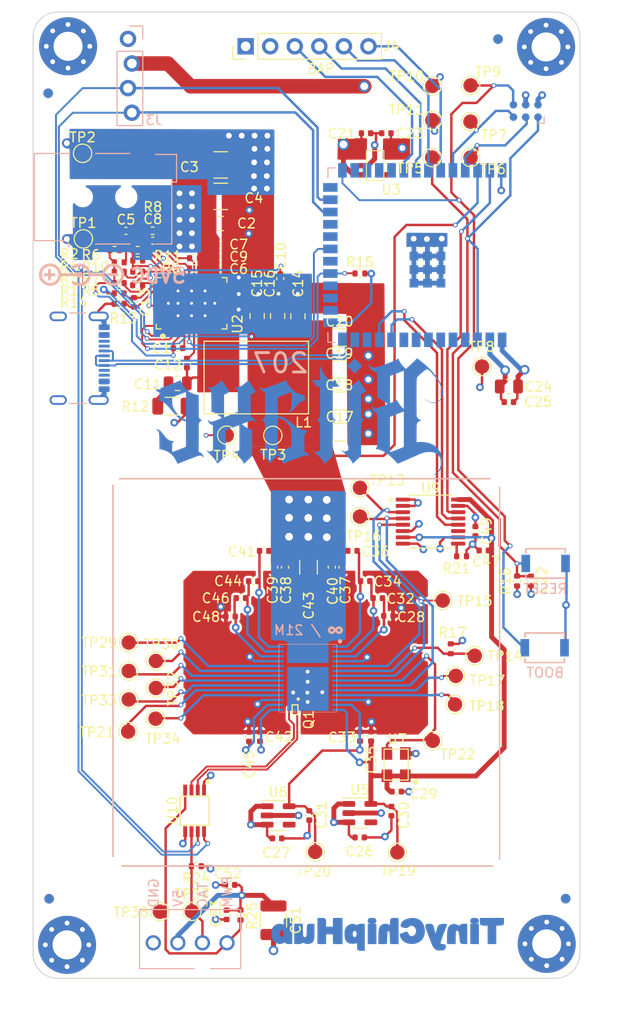
<source format=kicad_pcb>
(kicad_pcb (version 20240108) (generator "pcbnew") (generator_version "8.0")
  (layers (0 "F.Cu" signal) (1 "In1.Cu" signal) (2 "In2.Cu" signal) (31 "B.Cu" signal) (34 "B.Paste" user) (35 "F.Paste" user) (36 "B.SilkS" user "B.Silkscreen") (37 "F.SilkS" user "F.Silkscreen") (38 "B.Mask" user) (39 "F.Mask" user) (44 "Edge.Cuts" user))
  (net 0 "")
  (net 1 "GND")
  (net 2 "/VDD")
  (net 3 "/ESP32/EN")
  (net 4 "/5V")
  (net 5 "/3V3")
  (net 6 "/TX")
  (net 7 "/RX")
  (net 8 "/RST")
  (net 9 "/Fan/FAN_TACH")
  (net 10 "/SCL")
  (net 11 "/Fan/FAN_PWM")
  (net 12 "/Power/SW")
  (net 13 "/ESP32/USB_D+")
  (net 14 "/ESP32/USB_D-")
  (net 15 "Net-(U2-DRTN)")
  (net 16 "Net-(U2-BP1V5)")
  (net 17 "Net-(U2-AVIN)")
  (net 18 "Net-(U2-EN{slash}UVLO)")
  (net 19 "/ESP32/P_TX")
  (net 20 "/ESP32/P_RX")
  (net 21 "/ESP32/IO0")
  (net 22 "Net-(U2-VDD5)")
  (net 23 "/Power/PGOOD")
  (net 26 "/BM1366/VDD3_0")
  (net 27 "/SDA")
  (net 28 "Net-(U2-BOOT)")
  (net 29 "Net-(U2-VOSNS)")
  (net 30 "Net-(U2-GOSNS)")
  (net 31 "/BM1366/1V2")
  (net 32 "/BM1366/0V8")
  (net 33 "Net-(J4-Pin_3)")
  (net 34 "Net-(J4-Pin_6)")
  (net 35 "Net-(J4-Pin_5)")
  (net 36 "Net-(J4-Pin_4)")
  (net 43 "Net-(U2-MSEL1)")
  (net 44 "Net-(U2-MSEL2)")
  (net 45 "Net-(U2-ADRSEL)")
  (net 46 "Net-(U2-VSEL)")
  (net 47 "/BM1366/VDD2_0")
  (net 48 "/BM1366/VDD1_0")
  (net 49 "/BM1366/VDD1_1")
  (net 50 "Net-(U12-VDDIO_18_1)")
  (net 51 "/BM1366/VDD2_1")
  (net 52 "Net-(U12-VDDIO_08_1)")
  (net 53 "/BM1366/VDD3_1")
  (net 54 "/BM1366/BI")
  (net 55 "Net-(U9-OE)")
  (net 56 "/BM1366/RST_N")
  (net 57 "/BM1366/RO")
  (net 58 "/BM1366/CI")
  (net 60 "Net-(U12-ADDR0)")
  (net 61 "Net-(U12-ADDR1)")
  (net 63 "/BM1366/INV_CLKO")
  (net 64 "/BM1366/CLKI")
  (net 65 "/BM1366/NRSTO")
  (net 66 "/BM1366/BO")
  (net 67 "/BM1366/RI")
  (net 68 "/BM1366/CLKO")
  (net 69 "/BM1366/CO")
  (net 70 "/BM1366/PIN_MODE")
  (net 75 "/Power/AGND")
  (net 87 "/Power/PMB_ALRT")
  (net 94 "Net-(C11-Pad1)")
  (net 95 "Net-(Q1-B)")
  (net 96 "Net-(Q1-E)")
  (footprint "Capacitor_SMD:C_1206_3216Metric" (layer "F.Cu") (at 108.91 81.12)
    (property "Reference" "C20")
    (property "Value" "100uF")
  )
  (footprint "Capacitor_SMD:C_0805_2012Metric" (layer "F.Cu") (at 100.36 78.91 90)
    (property "Reference" "C15")
    (property "Value" "22uF")
  )
  (footprint "Resistor_SMD:R_0402_1005Metric" (layer "F.Cu") (at 121.5 103.71 180)
    (property "Reference" "R21")
    (property "Value" "20k")
  )
  (footprint "Capacitor_SMD:C_1210_3225Metric" (layer "F.Cu") (at 102.045 141.29 -90)
    (property "Reference" "C51")
    (property "Value" "47uF")
  )
  (footprint "TestPoint:TestPoint_Pad_D1.5mm" (layer "F.Cu") (at 114.86 134.28)
    (property "Reference" "TP19")
    (property "Value" "TestPoint")
  )
  (footprint "Capacitor_SMD:C_0402_1005Metric" (layer "F.Cu") (at 96.57 72.76)
    (property "Reference" "C9")
    (property "Value" "2200pF")
  )
  (footprint "Fiducial:Fiducial_1mm_Mask2mm" (layer "F.Cu") (at 125.2728 50.292)
    (property "Reference" "FID2" (hide yes))
    (property "Value" "Fiducial")
  )
  (footprint "Fiducial:Fiducial_1mm_Mask2mm" (layer "F.Cu") (at 132.2578 139.065)
    (property "Reference" "FID4" (hide yes))
    (property "Value" "Fiducial")
  )
  (footprint "Fiducial:Fiducial_1mm_Mask2mm" (layer "F.Cu") (at 78.8416 139.065)
    (property "Reference" "FID3" (hide yes))
    (property "Value" "Fiducial")
  )
  (footprint "bitaxe:NetTie-0.25mm" (layer "F.Cu") (at 90.825 77.85)
    (property "Reference" "T1" (hide yes))
    (property "Value" "net-tie" (hide yes))
  )
  (footprint "Capacitor_SMD:C_0402_1005Metric" (layer "F.Cu") (at 101.09 103.154 180)
    (property "Reference" "C41")
    (property "Value" "1uF")
  )
  (footprint "TestPoint:TestPoint_Pad_D1.5mm" (layer "F.Cu") (at 120.82 119.01)
    (property "Reference" "TP18")
    (property "Value" "TestPoint")
  )
  (footprint "Capacitor_SMD:C_0402_1005Metric" (layer "F.Cu") (at 100.655438 122.33 90)
    (property "Reference" "C42")
    (property "Value" "1uF")
  )
  (footprint "TestPoint:TestPoint_Pad_D1.5mm" (layer "F.Cu") (at 123.61 84.12)
    (property "Reference" "TP8")
    (property "Value" "TestPoint")
  )
  (footprint "Capacitor_SMD:C_0402_1005Metric" (layer "F.Cu") (at 108.0724 104.84 -90)
    (property "Reference" "C40")
    (property "Value" "1uF")
  )
  (footprint "Capacitor_SMD:C_0402_1005Metric" (layer "F.Cu") (at 98.681 108.024 180)
    (property "Reference" "C46")
    (property "Value" "1uF")
  )
  (footprint "MountingHole:MountingHole_3.5mm" (layer "F.Cu") (at 84.71 94.91)
    (property "Reference" "H6" (hide yes))
    (property "Value" "MountingHole")
  )
  (footprint "Capacitor_SMD:C_0402_1005Metric" (layer "F.Cu") (at 102.11 104.84 -90)
    (property "Reference" "C39")
    (property "Value" "1uF")
  )
  (footprint "Resistor_SMD:R_1206_3216Metric" (layer "F.Cu") (at 91.55 88.21 180)
    (property "Reference" "R12")
    (property "Value" "1")
  )
  (footprint "Capacitor_SMD:C_0402_1005Metric" (layer "F.Cu") (at 87.63 77.49 -90)
    (property "Reference" "C13")
    (property "Value" "100pF")
  )
  (footprint "Capacitor_SMD:C_0805_2012Metric" (layer "F.Cu") (at 104.58 78.93 90)
    (property "Reference" "C14")
    (property "Value" "22uF")
  )
  (footprint "Package_TO_SOT_SMD:SOT-23-5" (layer "F.Cu") (at 102.53 130.47)
    (property "Reference" "U6")
    (property "Value" "MCP1824T-0802E")
  )
  (footprint "Resistor_SMD:R_0402_1005Metric" (layer "F.Cu") (at 86.1 75.5)
    (property "Reference" "R1")
    (property "Value" "8.25k")
  )
  (footprint "TestPoint:TestPoint_Pad_D1.5mm" (layer "F.Cu") (at 110.99 96.64)
    (property "Reference" "TP13")
    (property "Value" "TestPoint")
  )
  (footprint "bitaxe:TRANS_MMBT3904LP-7B" (layer "F.Cu") (at 104.28 119.55 -90)
    (property "Reference" "Q1")
    (property "Value" "MMBT3904")
  )
  (footprint "TestPoint:TestPoint_Pad_D1.5mm" (layer "F.Cu") (at 93.61 140.38)
    (property "Reference" "TP37")
    (property "Value" "TestPoint")
  )
  (footprint "Resistor_SMD:R_0402_1005Metric" (layer "F.Cu") (at 89.56 70.1 180)
    (property "Reference" "R8")
    (property "Value" "3.74k")
  )
  (footprint "Resistor_SMD:R_0402_1005Metric" (layer "F.Cu") (at 93.88 72.93 180)
    (property "Reference" "R11")
    (property "Value" "10")
  )
  (footprint "Capacitor_SMD:C_1206_3216Metric" (layer "F.Cu") (at 108.91 87.66)
    (property "Reference" "C18")
    (property "Value" "100uF")
  )
  (footprint "TestPoint:TestPoint_Pad_D1.5mm" (layer "F.Cu") (at 90.3 140.41)
    (property "Reference" "TP38")
    (property "Value" "TestPoint")
  )
  (footprint "TestPoint:TestPoint_Pad_D1.5mm" (layer "F.Cu") (at 87.08 118.492)
    (property "Reference" "TP33")
    (property "Value" "TestPoint")
  )
  (footprint "TestPoint:TestPoint_Pad_D1.5mm" (layer "F.Cu") (at 101.98 91.23)
    (property "Reference" "TP3")
    (property "Value" "TestPoint")
  )
  (footprint "Capacitor_SMD:C_0805_2012Metric" (layer "F.Cu") (at 126.39 86.18)
    (property "Reference" "C24")
    (property "Value" "10uF")
  )
  (footprint "TestPoint:TestPoint_Pad_D1.5mm" (layer "F.Cu") (at 122.44 55.09)
    (property "Reference" "TP9")
    (property "Value" "TestPoint")
  )
  (footprint "MountingHole:MountingHole_3.5mm" (layer "F.Cu") (at 126.06 136.36)
    (property "Reference" "H5" (hide yes))
    (property "Value" "MountingHole")
  )
  (footprint "Capacitor_SMD:C_0805_2012Metric" (layer "F.Cu") (at 102.48 78.91 90)
    (property "Reference" "C16")
    (property "Value" "22uF")
  )
  (footprint "Capacitor_SMD:C_0402_1005Metric" (layer "F.Cu") (at 99.525438 122.34 90)
    (property "Reference" "C45")
    (property "Value" "1uF")
  )
  (footprint "Capacitor_SMD:C_0402_1005Metric" (layer "F.Cu") (at 102.75 75.04 -90)
    (property "Reference" "C10")
    (property "Value" "4.7uF")
  )
  (footprint "Resistor_SMD:R_0402_1005Metric" (layer "F.Cu") (at 85.62 72.1)
    (property "Reference" "R2")
    (property "Value" "~")
  )
  (footprint "Capacitor_SMD:C_0402_1005Metric" (layer "F.Cu") (at 112.14 122.31 90)
    (property "Reference" "C35")
    (property "Value" "1uF")
  )
  (footprint "Capacitor_SMD:C_1210_3225Metric" (layer "F.Cu") (at 96.6 66.55)
    (property "Reference" "C4")
    (property "Value" "47uF")
  )
  (footprint "Capacitor_SMD:C_0402_1005Metric" (layer "F.Cu") (at 96.57 74)
    (property "Reference" "C6")
    (property "Value" "4700pF")
  )
  (footprint "Capacitor_SMD:C_0402_1005Metric" (layer "F.Cu") (at 126.39 87.79)
    (property "Reference" "C25")
    (property "Value" "0.1uF")
  )
  (footprint "bitaxe:O 25,0-JO32-B-1V3-1-T1-LF" (layer "F.Cu") (at 114.73 125.22 90)
    (property "Reference" "U7")
    (property "Value" "25MHz")
  )
  (footprint "Capacitor_SMD:C_0402_1005Metric" (layer "F.Cu") (at 102.42 132.84)
    (property "Reference" "C27")
    (property "Value" "1uF")
  )
  (footprint "MountingHole:MountingHole_3mm_Pad_Via" (layer "F.Cu") (at 130.23501 51.12099)
    (property "Reference" "H1")
    (property "Value" "MountingHole_Pad")
  )
  (footprint "TestPoint:TestPoint_Pad_D1.5mm" (layer "F.Cu") (at 97.22 91.21)
    (property "Reference" "TP4")
    (property "Value" "TestPoint")
  )
  (footprint "Resistor_SMD:R_0402_1005Metric" (layer "F.Cu") (at 88.01 74.32 180)
    (property "Reference" "R7")
    (property "Value" "~")
  )
  (footprint "TestPoint:TestPoint_Pad_D1.5mm" (layer "F.Cu") (at 118.48 58.69)
    (property "Reference" "TP11")
    (property "Value" "TestPoint")
  )
  (footprint "Capacitor_SMD:C_0402_1005Metric" (layer "F.Cu") (at 114.79 128.01 180)
    (property "Reference" "C29")
    (property "Value" "0.1uF")
  )
  (footprint "Fiducial:Fiducial_1mm_Mask2mm" (layer "F.Cu") (at 78.74 55.9054)
    (property "Reference" "FID1" (hide yes))
    (property "Value" "Fiducial")
  )
  (footprint "Capacitor_SMD:C_0402_1005Metric" (layer "F.Cu") (at 93.1 83.76 -90)
    (property "Reference" "C12")
    (property "Value" "0.1uF")
  )
  (footprint "TestPoint:TestPoint_Pad_D1.5mm" (layer "F.Cu") (at 122.86 113.98)
    (property "Reference" "TP14")
    (property "Value" "TestPoint")
  )
  (footprint "TestPoint:TestPoint_Pad_D1.5mm" (layer "F.Cu") (at 118.46 62.54)
    (property "Reference" "TP5")
    (property "Value" "TestPoint")
  )
  (footprint "Capacitor_SMD:C_1206_3216Metric" (layer "F.Cu") (at 105.67 104.85 -90)
    (property "Reference" "C43")
    (property "Value" "100uF")
  )
  (footprint "TestPoint:TestPoint_Pad_D1.5mm" (layer "F.Cu") (at 119.55 108.28)
    (property "Reference" "TP15")
    (property "Value" "TestPoint")
  )
  (footprint "TestPoint:TestPoint_Pad_D1.5mm" (layer "F.Cu") (at 118.52 122.76)
    (property "Reference" "TP22")
    (property "Value" "TestPoint")
  )
  (footprint "Resistor_SMD:R_0402_1005Metric" (layer "F.Cu") (at 98.64 140.75 90)
    (property "Reference" "R25")
    (property "Value" "10k")
  )
  (footprint "Capacitor_SMD:C_0402_1005Metric" (layer "F.Cu") (at 128.67 106.25 -90)
    (property "Reference" "C22")
    (property "Value" "1uF")
  )
  (footprint "Package_SO:TSSOP-8_3x3mm_P0.65mm" (layer "F.Cu") (at 93.895 129.99 -90)
    (property "Reference" "U10")
    (property "Value" "EMC2101")
  )
  (footprint "Capacitor_SMD:C_0402_1005Metric" (layer "F.Cu") (at 89.56 71.13 180)
    (property "Reference" "C8")
    (property "Value" "0.1uF")
  )
  (footprint "Resistor_SMD:R_0402_1005Metric" (layer "F.Cu") (at 88 75.72)
    (property "Reference" "R5")
    (property "Value" "14.7k")
  )
  (footprint "Resistor_SMD:R_0402_1005Metric" (layer "F.Cu") (at 88 72.1 180)
    (property "Reference" "R6")
    (property "Value" "0")
  )
  (footprint "TestPoint:TestPoint_Pad_D1.5mm" (layer "F.Cu") (at 87.08 112.616)
    (property "Reference" "TP29")
    (property "Value" "TestPoint")
  )
  (footprint "Package_TO_SOT_SMD:SOT-23-5" (layer "F.Cu") (at 110.981 130.229)
    (property "Reference" "U5")
    (property "Value" "MCP1824T-1202E/OT")
  )
  (footprint "MountingHole:MountingHole_3mm_Pad_Via" (layer "F.Cu") (at 130.302 143.728)
    (property "Reference" "H3")
    (property "Value" "MountingHole_Pad")
  )
  (footprint "Capacitor_SMD:C_0402_1005Metric" (layer "F.Cu") (at 122.93 101.12 -90)
    (property "Reference" "C49")
    (property "Value" "0.1uF")
  )
  (footprint "TestPoint:TestPoint_Pad_D1.5mm" (layer "F.Cu") (at 82.31 62.1)
    (property "Reference" "TP2")
    (property "Value" "TestPoint")
  )
  (footprint "Resistor_SMD:R_0402_1005Metric" (layer "F.Cu") (at 93.89 73.99 180)
    (property "Reference" "R9")
    (property "Value" "11.8k")
  )
  (footprint "Capacitor_SMD:C_0402_1005Metric" (layer "F.Cu") (at 103.24 104.84 -90)
    (property "Reference" "C38")
    (property "Value" "0.1uF")
  )
  (footprint "Capacitor_SMD:C_0402_1005Metric" (layer "F.Cu") (at 113.72 60.03 180)
    (property "Reference" "C23")
    (property "Value" "1uF")
  )
  (footprint "TestPoint:TestPoint_Pad_D1.5mm" (layer "F.Cu") (at 122.43 62.54)
    (property "Reference" "TP6")
    (property "Value" "TestPoint")
  )
  (footprint "Capacitor_SMD:C_1206_3216Metric" (layer "F.Cu") (at 108.91 84.4)
    (property "Reference" "C19")
    (property "Value" "100uF")
  )
  (footprint "Resistor_SMD:R_0402_1005Metric" (layer "F.Cu") (at 86.1 73.36)
    (property "Reference" "R4")
    (property "Value" "~")
  )
  (footprint "TestPoint:TestPoint_Pad_D1.5mm" (layer "F.Cu") (at 87.02 121.81)
    (property "Reference" "TP21")
    (property "Value" "TestPoint")
  )
  (footprint "Resistor_SMD:R_0402_1005Metric" (layer "F.Cu") (at 120.38 113.26 -90)
    (property "Reference" "R17")
    (property "Value" "10k")
  )
  (footprint "Capacitor_SMD:C_0402_1005Metric" (layer "F.Cu") (at 96.59 71.54)
    (property "Reference" "C7")
    (property "Value" "1uF")
  )
  (footprint "Connector_PinHeader_2.54mm:PinHeader_1x06_P2.54mm_Vertical" (layer "F.Cu") (at 99.171505 51.054 90)
    (property "Reference" "J4")
    (property "Value" "Conn_01x06")
  )
  (footprint "TestPoint:TestPoint_Pad_D1.5mm" (layer "F.Cu") (at 110.99 99.61)
    (property "Reference" "TP16")
    (property "Value" "TestPoint")
  )
  (footprint "TestPoint:TestPoint_Pad_D1.5mm" (layer "F.Cu") (at 89.86 120.48)
    (property "Reference" "TP34")
    (property "Value" "TestPoint")
  )
  (footprint "MountingHole:MountingHole_3mm_Pad_Via" (layer "F.Cu") (at 80.70501 143.83099)
    (property "Reference" "H4")
    (property "Value" "MountingHole_Pad")
  )
  (footprint "TestPoint:TestPoint_Pad_D1.5mm" (layer "F.Cu") (at 82.39 70.94)
    (property "Reference" "TP1")
    (property "Value" "TestPoint")
  )
  (footprint "Resistor_SMD:R_0402_1005Metric" (layer "F.Cu") (at 86.09 77.64 180)
    (property "Reference" "R13")
    (property "Value" "49.9")
  )
  (footprint "Capacitor_SMD:C_0402_1005Metric" (layer "F.Cu") (at 97.2 140.73 -90)
    (property "Reference" "C53")
    (property "Value" "0.1uF")
  )
  (footprint "MountingHole:MountingHole_3.5mm" (layer "F.Cu") (at 84.71 136.36)
    (property "Reference" "H8" (hide yes))
    (property "Value" "MountingHole")
  )
  (footprint "Capacitor_SMD:C_0402_1005Metric" (layer "F.Cu") (at 97.61 109.925 180)
    (property "Reference" "C48")
    (property "Value" "1uF")
  )
  (footprint "Capacitor_SMD:C_0402_1005Metric" (layer "F.Cu") (at 113.93 109.86 180)
    (property "Reference" "C28")
    (property "Value" "1uF")
  )
  (footprint "Package_SO:TSSOP-16_4.4x5mm_P0.65mm" (layer "F.Cu") (at 118.29 100.13)
    (property "Reference" "U9")
    (property "Value" "SN74AVC4T774")
  )
  (footprint "Resistor_SMD:R_0402_1005Metric" (layer "F.Cu") (at 94.07 135.71)
    (property "Reference" "R24")
    (property "Value" "5.6k")
  )
  (footprint "Capacitor_SMD:C_0402_1005Metric" (layer "F.Cu") (at 86.79 70.11)
    (property "Reference" "C5")
    (property "Value" "1uF")
  )
  (footprint "Capacitor_SMD:C_0402_1005Metric" (layer "F.Cu") (at 111.53 106.266 180)
    (property "Reference" "C34")
    (property "Value" "1uF")
  )
  (footprint "bitaxe:SLC1175-271MEC_COC" (layer "F.Cu") (at 100.27 85.255)
    (property "Reference" "L1")
    (property "Value" "300nH")
  )
  (footprint "Capacitor_SMD:C_1206_3216Metric" (layer "F.Cu") (at 108.89 90.91)
    (property "Reference" "C17")
    (property "Value" "100uF")
  )
  (footprint "Capacitor_SMD:C_0402_1005Metric" (layer "F.Cu") (at 110.961 132.739)
    (property "Reference" "C26")
    (property "Value" "1uF")
  )
  (footprint "Capacitor_SMD:C_0402_1005Metric" (layer "F.Cu") (at 123.79 103.11 180)
    (property "Reference" "C47")
    (property "Value" "0.1uF")
  )
  (footprint "Capacitor_SMD:C_0402_1005Metric" (layer "F.Cu") (at 111 122.31 90)
    (property "Reference" "C33")
    (property "Value" "1uF")
  )
  (footprint "MountingHole:MountingHole_3mm_Pad_Via" (layer "F.Cu") (at 80.808 51.054)
    (property "Reference" "H2" (hide yes))
    (property "Value" "MountingHole_Pad")
  )
  (footprint "Capacitor_SMD:C_0402_1005Metric" (layer "F.Cu") (at 109.19 104.84 -90)
    (property "Reference" "C37")
    (property "Value" "0.1uF")
  )
  (footprint "Capacitor_SMD:C_0402_1005Metric" (layer "F.Cu") (at 92.17 82.22 180)
    (property "Reference" "C1")
    (property "Value" "1uF")
  )
  (footprint "Capacitor_SMD:C_0402_1005Metric" (layer "F.Cu") (at 110.215 103.146 180)
    (property "Reference" "C36")
    (property "Value" "1uF")
  )
  (footprint "TestPoint:TestPoint_Pad_D1.5mm" (layer "F.Cu") (at 106.36 134.23 180)
    (property "Reference" "TP20")
    (property "Value" "TestPoint")
  )
  (footprint "MountingHole:MountingHole_3.5mm" (layer "F.Cu") (at 126.06 94.91)
    (property "Reference" "H7" (hide yes))
    (property "Value" "MountingHole")
  )
  (footprint "TestPoint:TestPoint_Pad_D1.5mm" (layer "F.Cu") (at 120.9 116.06)
    (property "Reference" "TP17")
    (property "Value" "TestPoint")
  )
  (footprint "TestPoint:TestPoint_Pad_D1.5mm" (layer "F.Cu") (at 89.89 114.52)
    (property "Reference" "TP30")
    (property "Value" "TestPoint")
  )
  (footprint "Resistor_SMD:R_0402_1005Metric" (layer "F.Cu") (at 110.99 74.51)
    (property "Reference" "R15")
    (property "Value" "10k")
  )
  (footprint "bitaxe:LQFN40-CLIP" (layer "F.Cu") (at 93.58 77.59 90)
    (property "Reference" "U2")
    (property "Value" "TPS546D24ARVFR")
  )
  (footprint "Capacitor_SMD:C_1210_3225Metric" (layer "F.Cu") (at 96.6 63.3)
    (property "Reference" "C3")
    (property "Value" "47uF")
  )
  (footprint "Resistor_SMD:R_0402_1005Metric" (layer "F.Cu") (at 86.1 74.33)
    (property "Reference" "R3")
    (property "Value" "~")
  )
  (footprint "Resistor_SMD:R_0402_1005Metric" (layer "F.Cu") (at 88.01 73.17 180)
    (property "Reference" "R10")
    (property "Value" "68.1k")
  )
  (footprint "Capacitor_SMD:C_0402_1005Metric" (layer "F.Cu") (at 112.83 108.026 180)
    (property "Reference" "C32")
    (property "Value" "1uF")
  )
  (footprint "Resistor_SMD:R_0402_1005Metric" (layer "F.Cu") (at 127.24 106.26 90)
    (property "Reference" "R16")
    (property "Value" "10k")
  )
  (footprint "Capacitor_SMD:C_0402_1005Metric" (layer "F.Cu") (at 97.56 137.64 180)
    (property "Reference" "C52")
    (property "Value" "0.1uF")
  )
  (footprint "Capacitor_SMD:C_0805_2012Metric" (layer "F.Cu") (at 92.14 85.86)
    (property "Reference" "C11")
    (property "Value" "1000pF")
  )
  (footprint "Capacitor_SMD:C_0402_1005Metric" (layer "F.Cu") (at 111.62 60.03)
    (property "Reference" "C21")
    (property "Value" "1uF")
  )
  (footprint "TestPoint:TestPoint_Pad_D1.5mm" (layer "F.Cu") (at 87.08 115.554)
    (property "Reference" "TP31")
    (property "Value" "TestPoint")
  )
  (footprint "TestPoint:TestPoint_Pad_D1.5mm" (layer "F.Cu") (at 122.42 58.83)
    (property "Reference" "TP7")
    (property "Value" "TestPoint")
  )
  (footprint "TestPoint:TestPoint_Pad_D1.5mm" (layer "F.Cu") (at 89.89 117.31)
    (property "Reference" "TP32")
    (property "Value" "TestPoint")
  )
  (footprint "Resistor_SMD:R_0402_1005Metric" (layer "F.Cu") (at 86.09 76.57)
    (property "Reference" "R14")
    (property "Value" "49.9")
  )
  (footprint "Capacitor_SMD:C_0402_1005Metric" (layer "F.Cu") (at 114.24 130.02 -90)
    (property "Reference" "C30")
    (property "Value" "1uF")
  )
  (footprint "Capacitor_SMD:C_0805_2012Metric" (layer "F.Cu") (at 96.6 69.35)
    (property "Reference" "C2")
    (property "Value" "10uF")
  )
  (footprint "Capacitor_SMD:C_0402_1005Metric" (layer "F.Cu") (at 99.961 106.284 180)
    (property "Reference" "C44")
    (property "Value" "1uF")
  )
  (footprint "bitaxe:RT9080-33GJ5" (layer "F.Cu") (at 112.563 63.38)
    (property "Reference" "U3")
    (property "Value" "RT9080-33GJ5")
  )
  (footprint "TestPoint:TestPoint_Pad_D1.5mm" (layer "F.Cu") (at 118.48 55.14)
    (property "Reference" "TP10")
    (property "Value" "TestPoint")
  )
  (footprint "Capacitor_SMD:C_0402_1005Metric" (layer "F.Cu") (at 105.75 130.47 -90)
    (property "Reference" "C31")
    (property "Value" "1uF")
  )
  (footprint "bitaxe:470531000" (layer "B.Cu") (at 89.621 143.622)
    (property "Reference" "J6" (hide yes))
    (property "Value" "Conn_01x04")
  )
  (footprint "bitaxe:PinHeader_1x04_P2.54mm_Vertical_shifted" (layer "B.Cu") (at 87.205 50.292 180)
    (property "Reference" "J3")
    (property "Value" "Conn_01x04")
  )
  (footprint "bitaxe:TCH-Logo-Mask" (layer "B.Cu") (at 114.472983 143.398007 180)
    (property "Reference" "REF**" (hide yes))
    (property "Value" "TCH-Logo-Mask" (hide yes))
  )
  (footprint "Fiducial:Fiducial_1mm_Mask2mm" (layer "B.Cu") (at 132.26 139.06 180)
    (property "Reference" "FID7" (hide yes))
    (property "Value" "Fiducial")
  )
  (footprint "bitaxe:BM1366" (layer "B.Cu") (at 105.60903 116.3 180)
    (property "Reference" "U12" (hide yes))
    (property "Value" "BM1366_mode1")
  )
  (footprint "bitaxe:USB_C_Receptacle_GCT_USB4105-xx-A" (layer "B.Cu") (at 80.865 83.26 90)
    (property "Reference" "J5" (hide yes))
    (property "Value" "USB_C_Receptacle_USB2.0")
  )
  (footprint "bitaxe:ESP32-S3-WROOM-1" (layer "B.Cu") (at 117.43 72.61 90)
    (property "Reference" "U4" (hide yes))
    (property "Value" "ESP32-S3-WROOM-1")
  )
  (footprint "bitaxe:Tag-Connect_TC2030-IDC-NL_2x03_P1.27mm_Vertical" (layer "B.Cu") (at 128.13 57.73 180)
    (property "Reference" "J2" (hide yes))
    (property "Value" "TC2030-IDC")
  )
  (footprint "bitaxe:logo" (layer "B.Cu") (at 105.131305 89.685804 180)
    (property "Reference" "G***" (hide yes))
    (property "Value" "LOGO" (hide yes))
  )
  (footprint "bitaxe:logo-fcu" (layer "B.Cu") (at 105.131305 89.685804 180)
    (property "Reference" "G***" (hide yes))
    (property "Value" "LOGO" (hide yes))
  )
  (footprint "Fiducial:Fiducial_1mm_Mask2mm" (layer "B.Cu") (at 78.85 139.07 180)
    (property "Reference" "FID8" (hide yes))
    (property "Value" "Fiducial")
  )
  (footprint "bitaxe:TENSILITY_54-00164" (layer "B.Cu") (at 84.58 66.62 90)
    (property "Reference" "J1" (hide yes))
    (property "Value" "54-00164")
  )
  (footprint "bitaxe:SW_CS1213AGF260_CRS" (layer "B.Cu") (at 130.186 104.448 180)
    (property "Reference" "SW1" (hide yes))
    (property "Value" "GT-TC029B-H025-L1N")
  )
  (footprint "bitaxe:polarity" (layer "B.Cu") (at 81.994918 74.631416 180)
    (property "Reference" "U1" (hide yes))
    (property "Value" "~")
  )
  (footprint "Fiducial:Fiducial_1mm_Mask2mm" (layer "B.Cu") (at 125.27 50.31 180)
    (property "Reference" "FID5" (hide yes))
    (property "Value" "Fiducial")
  )
  (footprint "bitaxe:TCH-Logo" (layer "B.Cu") (at 114.472983 142.828007 180)
    (property "Reference" "REF**" (hide yes))
    (property "Value" "TCH-Logo" (hide yes))
  )
  (footprint "bitaxe:SW_CS1213AGF260_CRS" (layer "B.Cu") (at 130.082 113.155 180)
    (property "Reference" "SW2" (hide yes))
    (property "Value" "GT-TC029B-H025-L1N")
  )
  (footprint "Fiducial:Fiducial_1mm_Mask2mm" (layer "B.Cu") (at 78.75 55.9 180)
    (property "Reference" "FID6" (hide yes))
    (property "Value" "Fiducial")
  )
  (gr_rect (start 85.45 95.7) (end 125.43 135.69) (stroke (width 0.15)) (fill none) (layer "B.SilkS"))
  (gr_line (start 79.729 47.522) (end 131.192 47.522) (stroke (width 0.1)) (layer "Edge.Cuts"))
  (gr_arc (start 133.732 144.744) (mid 132.988051 146.540051) (end 131.192 147.284) (stroke (width 0.1)) (layer "Edge.Cuts"))
  (gr_arc (start 131.192 47.522) (mid 132.988051 48.265949) (end 133.732 50.062) (stroke (width 0.1)) (layer "Edge.Cuts"))
  (gr_arc (start 77.189 50.062) (mid 77.932949 48.265949) (end 79.729 47.522) (stroke (width 0.1)) (layer "Edge.Cuts"))
  (gr_line (start 131.192 147.284) (end 79.729 147.284) (stroke (width 0.1)) (layer "Edge.Cuts"))
  (gr_line (start 133.732 50.062) (end 133.732 144.744) (stroke (width 0.1)) (layer "Edge.Cuts"))
  (gr_arc (start 79.729 147.284) (mid 77.932949 146.540051) (end 77.189 144.744) (stroke (width 0.1)) (layer "Edge.Cuts"))
  (gr_line (start 77.189 144.744) (end 77.189 50.062) (stroke (width 0.1)) (layer "Edge.Cuts"))
  (gr_text "/ 21M" (at 104.53 111.34 0) (layer "B.SilkS") (effects (font (size 1 1)) (justify mirror)))
  (gr_text "5V" (at 92.209 139.018 90) (layer "B.SilkS") (effects (font (size 1 1)) (justify mirror)))
  (gr_text "5VDC" (at 93.18 75.63 0) (layer "B.SilkS") (effects (font (size 1.5 1.5) (thickness 0.3) (bold yes)) (justify left bottom mirror)))
  (gr_text "207" (at 105.83 84.94 0) (layer "B.SilkS") (effects (font (size 2 2) (thickness 0.3)) (justify left bottom mirror)))
  (gr_text "PWM" (at 97.265 138.363 90) (layer "B.SilkS") (effects (font (size 1 1)) (justify mirror)))
  (gr_text "∞" (at 108.45 111.19 0) (layer "B.SilkS") (effects (font (size 2 2) (thickness 0.25)) (justify mirror)))
  (gr_text "TAC" (at 94.7325 138.696333 90) (layer "B.SilkS") (effects (font (size 1 1)) (justify mirror)))
  (gr_text "GND" (at 89.6675 138.482048 90) (layer "B.SilkS") (effects (font (size 1 1)) (justify mirror)))
  (gr_text "BAP" (at 105.43 53.97 0) (layer "F.SilkS") (effects (font (size 1 1)) (justify left bottom)))
  (segment (start 112.64 61.122) (end 112.512 61.25) (width 0.2) (layer "F.Cu") (net 1))
  (segment (start 111.18505 63.38) (end 111.18905 63.376) (width 0.508) (layer "F.Cu") (net 1))
  (segment (start 127.34 85.13) (end 127.34 86.18) (width 0.508) (layer "F.Cu") (net 1))
  (segment (start 85.58 77.64) (end 84.68 77.64) (width 0.254) (layer "F.Cu") (net 1))
  (segment (start 119.28 102.25) (end 119.28 102.93) (width 0.254) (layer "F.Cu") (net 1))
  (segment (start 97.2 141.21) (end 96.08 141.21) (width 0.254) (layer "F.Cu") (net 1))
  (segment (start 118.48 55.01) (end 119.27 54.22) (width 0.254) (layer "F.Cu") (net 1))
  (segment (start 123.31 103.11) (end 123.29 103.11) (width 0.254) (layer "F.Cu") (net 1))
  (segment (start 102.05 144.4) (end 102.05 143.77) (width 0.508) (layer "F.Cu") (net 1))
  (segment (start 111.18905 63.376) (end 111.824 63.376) (width 0.508) (layer "F.Cu") (net 1))
  (segment (start 80.68 61.05) (end 81.26 61.05) (width 1) (layer "F.Cu") (net 1))
  (segment (start 115.69 124.08) (end 115.68 124.07) (width 0.508) (layer "F.Cu") (net 1))
  (segment (start 121.23 112.75) (end 121.58 112.4) (width 0.254) (layer "F.Cu") (net 1))
  (segment (start 119.775 101.755) (end 119.28 102.25) (width 0.254) (layer "F.Cu") (net 1))
  (segment (start 101.3925 130.47) (end 104.64 130.47) (width 0.508) (layer "F.Cu") (net 1))
  (segment (start 83.85 87.7) (end 83.97 87.58) (width 0.508) (layer "F.Cu") (net 1))
  (segment (start 95.09 91.21) (end 95.08 91.22) (width 0.2) (layer "F.Cu") (net 1))
  (segment (start 116.05 128.01) (end 115.44 128.01) (width 0.254) (layer "F.Cu") (net 1))
  (segment (start 120.38 112.75) (end 121.23 112.75) (width 0.254) (layer "F.Cu") (net 1))
  (segment (start 116.685 98.505) (end 116.99 98.2) (width 0.254) (layer "F.Cu") (net 1))
  (segment (start 83.97 78.35) (end 83.97 78.94) (width 0.254) (layer "F.Cu") (net 1))
  (segment (start 121.1525 101.755) (end 119.775 101.755) (width 0.254) (layer "F.Cu") (net 1))
  (segment (start 84.68 77.64) (end 83.97 78.35) (width 0.254) (layer "F.Cu") (net 1))
  (segment (start 122.01 103.71) (end 122.01 103.09) (width 0.254) (layer "F.Cu") (net 1))
  (segment (start 118.48 55.14) (end 118.48 55.01) (width 0.254) (layer "F.Cu") (net 1))
  (segment (start 112.65 60.03) (end 112.65 61.112) (width 0.254) (layer "F.Cu") (net 1))
  (segment (start 126.87 87.79) (end 127.26 87.4) (width 0.254) (layer "F.Cu") (net 1))
  (segment (start 112.1 60.03) (end 112.65 60.03) (width 0.254) (layer "F.Cu") (net 1))
  (segment (start 123.29 103.11) (end 122.64 102.46) (width 0.254) (layer "F.Cu") (net 1))
  (segment (start 115.4275 98.505) (end 116.685 98.505) (width 0.254) (layer "F.Cu") (net 1))
  (segment (start 102.05 143.77) (end 102.045 143.765) (width 0.508) (layer "F.Cu") (net 1))
  (segment (start 111.441 132.739) (end 113.491 132.739) (width 0.254) (layer "F.Cu") (net 1))
  (segment (start 128.02 84.45) (end 127.34 85.13) (width 0.508) (layer "F.Cu") (net 1))
  (segment (start 97.22 91.21) (end 95.09 91.21) (width 0.2) (layer "F.Cu") (net 1))
  (segment (start 102.9 132.84) (end 105.25 132.84) (width 0.254) (layer "F.Cu") (net 1))
  (segment (start 109.8525 130.22) (end 109.8435 130.229) (width 0.508) (layer "F.Cu") (net 1))
  (segment (start 128.67 106.73) (end 128.67 107.6) (width 0.254) (layer "F.Cu") (net 1))
  (segment (start 96.08 141.21) (end 96.07 141.2) (width 0.254) (layer "F.Cu") (net 1))
  (segment (start 115.4275 97.855) (end 116.645 97.855) (width 0.254) (layer "F.Cu") (net 1))
  (segment (start 115.4275 101.105) (end 116.345 101.105) (width 0.254) (layer "F.Cu") (net 1))
  (segment (start 92.92 133.13) (end 92.68 133.37) (width 0.254) (layer "F.Cu") (net 1))
  (segment (start 114.24 131.99) (end 113.58 132.65) (width 0.254) (layer "F.Cu") (net 1))
  (segment (start 112.65 61.112) (end 112.512 61.25) (width 0.254) (layer "F.Cu") (net 1))
  (segment (start 105.25 132.84) (end 105.54 132.55) (width 0.254) (layer "F.Cu") (net 1))
  (segment (start 115.4275 102.405) (end 116.955 102.405) (width 0.254) (layer "F.Cu") (net 1))
  (segment (start 114.24 130.5) (end 114.24 131.99) (width 0.254) (layer "F.Cu") (net 1))
  (segment (start 113.491 132.739) (end 113.58 132.65) (width 0.254) (layer "F.Cu") (net 1))
  (segment (start 91.79 89.91) (end 92.1125 89.91) (width 0.254) (layer "F.Cu") (net 1))
  (segment (start 115.4225 101.11) (end 115.4275 101.105) (width 0.254) (layer "F.Cu") (net 1))
  (segment (start 122.93 101.6) (end 122.93 102.17) (width 0.254) (layer "F.Cu") (net 1))
  (segment (start 122.01 103.09) (end 122.64 102.46) (width 0.254) (layer "F.Cu") (net 1))
  (segment (start 105.75 132.34) (end 105.54 132.55) (width 0.254) (layer "F.Cu") (net 1))
  (segment (start 81.26 61.05) (end 82.31 62.1) (width 1) (layer "F.Cu") (net 1))
  (segment (start 127.26 87.4) (end 127.26 86.26) (width 0.254) (layer "F.Cu") (net 1))
  (segment (start 112.512 62.688) (end 112.512 61.25) (width 0.508) (layer "F.Cu") (net 1))
  (segment (start 109.175 105.69) (end 109.06 105.69) (width 0.2) (layer "F.Cu") (net 1))
  (segment (start 112.65 60.03) (end 113.24 60.03) (width 0.254) (layer "F.Cu") (net 1))
  (segment (start 92.1125 89.91) (end 93.1825 88.84) (width 0.254) (layer "F.Cu") (net 1))
  (segment (start 127.26 86.26) (end 127.34 86.18) (width 0.254) (layer "F.Cu") (net 1))
  (segment (start 102.045 143.765) (end 102.045 142.765) (width 0.508) (layer "F.Cu") (net 1))
  (segment (start 128.67 107.6) (end 128.69 107.62) (width 0.2) (layer "F.Cu") (net 1))
  (segment (start 97.07 137.65) (end 97.08 137.64) (width 0.254) (layer "F.Cu") (net 1))
  (segment (start 113.18 130.22) (end 109.8525 130.22) (width 0.508) (layer "F.Cu") (net 1))
  (segment (start 116.955 102.405) (end 117.55 103) (width 0.254) (layer "F.Cu") (net 1))
  (segment (start 116.645 97.855) (end 116.99 98.2) (width 0.254) (layer "F.Cu") (net 1))
  (segment (start 92.92 132.14) (end 92.92 133.13) (width 0.254) (layer "F.Cu") (net 1))
  (segment (start 122.93 102.17) (end 122.64 102.46) (width 0.254) (layer "F.Cu") (net 1))
  (segment (start 105.75 130.95) (end 105.75 132.34) (width 0.254) (layer "F.Cu") (net 1))
  (segment (start 116.77 124.08) (end 115.69 124.08) (width 0.508) (layer "F.Cu") (net 1))
  (segment (start 96.07 137.65) (end 97.07 137.65) (width 0.254) (layer "F.Cu") (net 1))
  (segment (start 116.345 101.105) (end 117.09 100.36) (width 0.254) (layer "F.Cu") (net 1))
  (segment (start 111.824 63.376) (end 112.512 62.688) (width 0.508) (layer "F.Cu") (net 1))
  (via (at 111.85 118.74) (size 0.8) (drill 0.4) (layers "F.Cu" "B.Cu") (net 1))
  (via (at 113.58 132.65) (size 0.8) (drill 0.4) (layers "F.Cu" "B.Cu") (net 1))
  (via (at 99.6 114.09) (size 0.8) (drill 0.4) (layers "F.Cu" "B.Cu") (net 1))
  (via (at 105.58 118.749) (size 0.8) (drill 0.4) (layers "F.Cu" "B.Cu") (net 1))
  (via (at 100.043332 65.74) (size 1) (drill 0.6) (layers "F.Cu" "B.Cu") (net 1))
  (via (at 112.18 120.8) (size 0.8) (drill 0.4) (layers "F.Cu" "B.Cu") (net 1))
  (via (at 100.093332 60.28) (size 1) (drill 0.6) (layers "F.Cu" "B.Cu") (net 1))
  (via (at 104.64 130.47) (size 0.8) (drill 0.4) (layers "F.Cu" "B.Cu") (net 1))
  (via (at 105.54 132.55) (size 0.8) (drill 0.4) (layers "F.Cu" "B.Cu") (net 1))
  (via (at 116.54 70.92) (size 1) (drill 0.6) (layers "F.Cu" "B.Cu") (net 1))
  (via (at 101.416668 61.64) (size 1) (drill 0.6) (layers "F.Cu" "B.Cu") (net 1))
  (via (at 125.6 65.94) (size 0.8) (drill 0.4) (layers "F.Cu" "B.Cu") (net 1))
  (via (at 116.77 124.08) (size 0.8) (drill 0.4) (layers "F.Cu" "B.Cu") (net 1))
  (via (at 104.088 117.78) (size 0.8) (drill 0.4) (layers "F.Cu" "B.Cu") (net 1))
  (via (at 95.08 91.22) (size 0.5) (drill 0.3) (layers "F.Cu" "B.Cu") (net 1))
  (via (at 105.556 117.786) (size 0.8) (drill 0.4) (layers "F.Cu" "B.Cu") (net 1))
  (via (at 111.86 87.47) (size 1) (drill 0.6) (layers "F.Cu" "B.Cu") (net 1))
  (via (at 115.26 109.04) (size 0.8) (drill 0.4) (layers "F.Cu" "B.Cu") (net 1))
  (via (at 111.86 91.04) (size 1) (drill 0.6) (layers "F.Cu" "B.Cu") (net 1))
  (via (at 98.45 78.23) (size 0.8) (drill 0.4) (layers "F.Cu" "B.Cu") (net 1))
  (via (at 96.07 137.65) (size 0.8) (drill 0.4) (layers "F.Cu" "B.Cu") (net 1))
  (via (at 116.05 128.01) (size 0.8) (drill 0.4) (layers "F.Cu" "B.Cu") (net 1))
  (via (at 111.86 89.03) (size 1) (drill 0.6) (layers "F.Cu" "B.Cu") (net 1))
  (via (at 119.27 54.22) (size 0.8) (drill 0.4) (layers "F.Cu" "B.Cu") (net 1))
  (via (at 128.13 56.09) (size 0.8) (drill 0.4) (layers "F.Cu" "B.Cu") (net 1))
  (via (at 101.37 65.74) (size 1) (drill 0.6) (layers "F.Cu" "B.Cu") (net 1))
  (via (at 111.73 114.13) (size 0.8) (drill 0.4) (layers "F.Cu" "B.Cu") (net 1))
  (via (at 80.68 61.05) (size 1) (drill 0.6) (layers "F.Cu" "B.Cu") (net 1))
  (via (at 102.05 144.4) (size 1) (drill 0.6) (layers "F.Cu" "B.Cu") (net 1))
  (via (at 99.55 67.97) (size 0.8) (drill 0.4) (layers "F.Cu" "B.Cu") (net 1))
  (via (at 91.79 89.91) (size 0.8) (drill 0.4) (layers "F.Cu" "B.Cu") (net 1))
  (via (at 117.09 100.36) (size 0.8) (drill 0.4) (layers "F.Cu" "B.Cu") (net 1))
  (via (at 101.356668 64.45) (size 1) (drill 0.6) (layers "F.Cu" "B.Cu") (net 1))
  (via (at 121.58 112.4) (size 0.8) (drill 0.4) (layers "F.Cu" "B.Cu") (net 1))
  (via (at 111.86 83) (size 1) (drill 0.6) (layers "F.Cu" "B.Cu") (net 1))
  (via (at 101.42 60.28) (size 1) (drill 0.6) (layers "F.Cu" "B.Cu") (net 1))
  (via (at 107.1 117.75) (size 0.8) (drill 0.4) (layers "F.Cu" "B.Cu") (net 1))
  (via (at 122.64 102.46) (size 0.8) (drill 0.4) (layers "F.Cu" "B.Cu") (net 1))
  (via (at 96.07 141.2) (size 0.8) (drill 0.4) (layers "F.Cu" "B.Cu") (net 1))
  (via (at 97.44 60.28) (size 1) (drill 0.6) (layers "F.Cu" "B.Cu") (net 1))
  (via (at 113.18 130.22) (size 0.8) (drill 0.4) (layers "F.Cu" "B.Cu") (net 1))
  (via (at 117.91 70.95) (size 1) (drill 0.6) (layers "F.Cu" "B.Cu") (net 1))
  (via (at 119.28 102.93) (size 0.8) (drill 0.4) (layers "F.Cu" "B.Cu") (net 1))
  (via (at 100.4 118.97) (size 0.8) (drill 0.4) (layers "F.Cu" "B.Cu") (net 1))
  (via (at 100.05 63.04) (size 1) (drill 0.6) (layers "F.Cu" "B.Cu") (net 1))
  (via (at 100.03 64.45) (size 1) (drill 0.6) (layers "F.Cu" "B.Cu") (net 1))
  (via (at 96.6 108.92) (size 0.8) (drill 0.4) (layers "F.Cu" "B.Cu") (net 1))
  (via (at 105.58 115.626) (size 0.8) (drill 0.4) (layers "F.Cu" "B.Cu") (net 1))
  (via (at 100.49 76.62) (size 0.8) (drill 0.4) (layers "F.Cu" "B.Cu") (net 1))
  (via (at 98.46 76.63) (size 0.8) (drill 0.4) (layers "F.Cu" "B.Cu") (net 1))
  (via (at 99.49 70.39) (size 0.8) (drill 0.4) (layers "F.Cu" "B.Cu") (net 1))
  (via (at 99.39 120.78) (size 0.8) (drill 0.4) (layers "F.Cu" "B.Cu") (net 1))
  (via (at 98.766666 60.28) (size 1) (drill 0.6) (layers "F.Cu" "B.Cu") (net 1))
  (via (at 92.68 133.37) (size 0.8) (drill 0.4) (layers "F.Cu" "B.Cu") (net 1))
  (via (at 128.69 107.62) (size 0.8) (drill 0.4) (layers "F.Cu" "B.Cu") (net 1))
  (via (at 112.512 61.25) (size 0.8) (drill 0.4) (layers "F.Cu" "B.Cu") (net 1))
  (via (at 105.58 116.667) (size 0.8) (drill 0.4) (layers "F.Cu" "B.Cu") (net 1))
  (via (at 104.56 76.6) (size 0.8) (drill 0.4) (layers "F.Cu" "B.Cu") (net 1))
  (via (at 101.376668 63.04) (size 1) (drill 0.6) (layers "F.Cu" "B.Cu") (net 1))
  (via (at 119.454234 70.914234) (size 1) (drill 0.6) (layers "F.Cu" "B.Cu") (net 1))
  (via (at 128.02 84.45) (size 1) (drill 0.6) (layers "F.Cu" "B.Cu") (net 1))
  (via (at 111.86 85.46) (size 1) (drill 0.6) (layers "F.Cu" "B.Cu") (net 1))
  (via (at 116.99 98.2) (size 0.8) (drill 0.4) (layers "F.Cu" "B.Cu") (net 1))
  (via (at 100.09 61.64) (size 1) (drill 0.6) (layers "F.Cu" "B.Cu") (net 1))
  (via (at 102.57 76.6) (size 0.8) (drill 0.4) (layers "F.Cu" "B.Cu") (net 1))
  (via (at 132.297 108.743) (size 0.8) (drill 0.4) (layers "F.Cu" "B.Cu") (net 1))
  (via (at 117.55 103) (size 0.8) (drill 0.4) (layers "F.Cu" "B.Cu") (net 1))
  (via (at 98.46 74.92) (size 0.8) (drill 0.4) (layers "F.Cu" "B.Cu") (net 1))
  (segment (start 100.051 114.541) (end 102.676 114.541) (width 0.254) (layer "B.Cu") (net 1))
  (segment (start 132.345 104.448) (end 132.345 108.695) (width 0.254) (layer "B.Cu") (net 1))
  (segment (start 111.319 114.541) (end 108.508 114.541) (width 0.254) (layer "B.Cu") (net 1))
  (segment (start 102.69303 118.55) (end 100.84 118.55) (width 0.254) (layer "B.Cu") (net 1))
  (segment (start 125.69 82.48) (end 125.69 81.36) (width 0.508) (layer "B.Cu") (net 1))
  (segment (start 132.241 108.799) (end 132.297 108.743) (width 0.254) (layer "B.Cu") (net 1))
  (segment (start 99.6 114.09) (end 100.051 114.541) (width 0.254) (layer "B.Cu") (net 1))
  (segment (start 125.6 65.94) (end 125.6 63.95) (width 0.254) (layer "B.Cu") (net 1))
  (segment (start 80.68 61.05) (end 80.75 61.12) (width 1) (layer "B.Cu") (net 1))
  (segment (start 117.91 70.95) (end 117.97 71.01) (width 0.254) (layer "B.Cu") (net 1))
  (segment (start 132.345 108.695) (end 132.297 108.743) (width 0.254) (layer "B.Cu") (net 1))
  (segment (start 128.02 84.45) (end 127.66 84.45) (width 0.508) (layer "B.Cu") (net 1))
  (segment (start 128.13 56.09) (end 128.13 57.095) (width 0.508) (layer "B.Cu") (net 1))
  (segment (start 111.73 114.13) (end 111.319 114.541) (width 0.254) (layer "B.Cu") (net 1))
  (segment (start 127.66 84.45) (end 125.69 82.48) (width 0.508) (layer "B.Cu") (net 1))
  (segment (start 80.75 61.12) (end 82.33 61.12) (width 1) (layer "B.Cu") (net 1))
  (segment (start 84.545 79.515) (end 83.97 78.94) (width 0.508) (layer "B.Cu") (net 1))
  (segment (start 84.545 80.06) (end 84.545 79.515) (width 0.508) (layer "B.Cu") (net 1))
  (segment (start 100.84 118.55) (end 100.42 118.97) (width 0.254) (layer "B.Cu") (net 1))
  (segment (start 125.6 63.95) (end 125.69 63.86) (width 0.254) (layer "B.Cu") (net 1))
  (segment (start 132.241 113.155) (end 132.241 108.799) (width 0.254) (layer "B.Cu") (net 1))
  (segment (start 111.669 118.559) (end 111.85 118.74) (width 0.2) (layer "B.Cu") (net 1))
  (segment (start 100.42 118.97) (end 100.4 118.97) (width 0.2) (layer "B.Cu") (net 1))
  (segment (start 84.545 86.46) (end 84.545 87.005) (width 0.508) (layer "B.Cu") (net 1))
  (segment (start 108.52503 118.559) (end 111.669 118.559) (width 0.254) (layer "B.Cu") (net 1))
  (segment (start 119.454234 70.914234) (end 119.37 70.998468) (width 0.254) (layer "B.Cu") (net 1))
  (segment (start 84.545 87.005) (end 83.97 87.58) (width 0.508) (layer "B.Cu") (net 1))
  (segment (start 120.84 69.5) (end 115.8 69.5) (width 0.254) (layer "F.Cu") (net 2))
  (segment (start 114.57 70.73) (end 114.57 92.19) (width 0.254) (layer "F.Cu") (net 2))
  (segment (start 84.91 76.57) (end 84.5 76.16) (width 0.2) (layer "F.Cu") (net 2))
  (segment (start 114.57 92.19) (end 113.42 93.34) (width 0.254) (layer "F.Cu") (net 2))
  (segment (start 115.8 69.5) (end 114.57 70.73) (width 0.254) (layer "F.Cu") (net 2))
  (segment (start 85.58 76.57) (end 84.91 76.57) (width 0.2) (layer "F.Cu") (net 2))
  (segment (start 113.42 93.34) (end 107.51 93.34) (width 0.254) (layer "F.Cu") (net 2))
  (segment (start 120.85 69.51) (end 120.84 69.5) (width 0.254) (layer "F.Cu") (net 2))
  (via (at 103.66 97.85) (size 1.2) (drill 0.8) (layers "F.Cu" "B.Cu") (net 2))
  (via (at 120.85 69.51) (size 0.5) (drill 0.3) (layers "F.Cu" "B.Cu") (net 2))
  (via (at 103.66 99.73) (size 1.2) (drill 0.8) (layers "F.Cu" "B.Cu") (net 2))
  (via (at 84.5 76.16) (size 0.8) (drill 0.4) (layers "F.Cu" "B.Cu") (net 2))
  (via (at 107.56 97.88) (size 1.2) (drill 0.8) (layers "F.Cu" "B.Cu") (net 2))
  (via (at 99.78 81.02) (size 0.5) (drill 0.3) (layers "F.Cu" "B.Cu") (net 2))
  (via (at 105.65 101.71) (size 1.2) (drill 0.8) (layers "F.Cu" "B.Cu") (net 2))
  (via (at 103.66 101.69) (size 1.2) (drill 0.8) (layers "F.Cu" "B.Cu") (net 2))
  (via (at 105.65 99.75) (size 1.2) (drill 0.8) (layers "F.Cu" "B.Cu") (net 2))
  (via (at 107.56 101.74) (size 1.2) (drill 0.8) (layers "F.Cu" "B.Cu") (net 2))
  (via (at 105.65 97.85) (size 1.2) (drill 0.8) (layers "F.Cu" "B.Cu") (net 2))
  (via (at 107.56 99.78) (size 1.2) (drill 0.8) (layers "F.Cu" "B.Cu") (net 2))
  (segment (start 92.27 81.77) (end 93.04 81) (width 0.2) (layer "B.Cu") (net 2))
  (segment (start 120.87 69.51) (end 123.15 67.23) (width 0.254) (layer "B.Cu") (net 2))
  (segment (start 99.76 81) (end 99.78 81.02) (width 0.2) (layer "B.Cu") (net 2))
  (segment (start 87.9 80.96) (end 88.71 81.77) (width 0.2) (layer "B.Cu") (net 2))
  (segment (start 123.15 67.23) (end 123.15 63.86) (width 0.254) (layer "B.Cu") (net 2))
  (segment (start 84.75 76.16) (end 87.9 79.31) (width 0.2) (layer "B.Cu") (net 2))
  (segment (start 120.85 69.51) (end 120.87 69.51) (width 0.254) (layer "B.Cu") (net 2))
  (segment (start 84.5 76.16) (end 84.75 76.16) (width 0.2) (layer "B.Cu") (net 2))
  (segment (start 87.9 79.31) (end 87.9 80.96) (width 0.2) (layer "B.Cu") (net 2))
  (segment (start 88.71 81.77) (end 92.27 81.77) (width 0.2) (layer "B.Cu") (net 2))
  (segment (start 93.04 81) (end 99.76 81) (width 0.2) (layer "B.Cu") (net 2))
  (segment (start 128.67 105.77) (end 127.26 105.77) (width 0.254) (layer "F.Cu") (net 3))
  (segment (start 122.1013 68.9113) (end 122.1013 70.905) (width 0.254) (layer "F.Cu") (net 3))
  (segment (start 127.26 105.77) (end 127.24 105.75) (width 0.254) (layer "F.Cu") (net 3))
  (segment (start 127.228 105.738) (end 127.24 105.75) (width 0.254) (layer "F.Cu") (net 3))
  (segment (start 118.46 65.27) (end 122.1013 68.9113) (width 0.254) (layer "F.Cu") (net 3))
  (segment (start 120.6 82.79) (end 122.1013 81.2887) (width 0.254) (layer "F.Cu") (net 3))
  (segment (start 120.6 95.06) (end 120.6 82.79) (width 0.254) (layer "F.Cu") (net 3))
  (segment (start 125.44 102.66) (end 125.44 99.9) (width 0.254) (layer "F.Cu") (net 3))
  (segment (start 127.228 104.448) (end 125.44 102.66) (width 0.254) (layer "F.Cu") (net 3))
  (segment (start 125.44 99.9) (end 120.6 95.06) (width 0.254) (layer "F.Cu") (net 3))
  (segment (start 122.1013 81.2887) (end 122.1013 70.905) (width 0.254) (layer "F.Cu") (net 3))
  (segment (start 127.228 104.448) (end 127.228 105.738) (width 0.254) (layer "F.Cu") (net 3))
  (segment (start 118.46 62.54) (end 118.46 65.27) (width 0.254) (layer "F.Cu") (net 3))
  (via (at 122.1013 70.905) (size 0.5) (drill 0.3) (layers "F.Cu" "B.Cu") (net 3))
  (via (at 127.228 104.448) (size 0.5) (drill 0.3) (layers "F.Cu" "B.Cu") (net 3))
  (segment (start 127.675 61.485) (end 129.4 59.76) (width 0.254) (layer "B.Cu") (net 3))
  (segment (start 122.1013 70.8987) (end 126.54 66.46) (width 0.254) (layer "B.Cu") (net 3))
  (segment (start 123.16 71.9637) (end 122.1013 70.905) (width 0.254) (layer "B.Cu") (net 3))
  (segment (start 127.228 104.448) (end 128.027 104.448) (width 0.254) (layer "B.Cu") (net 3))
  (segment (start 126.54 66.46) (end 126.54 62.62) (width 0.254) (layer "B.Cu") (net 3))
  (segment (start 129.4 59.76) (end 129.4 58.365) (width 0.254) (layer "B.Cu") (net 3))
  (segment (start 126.54 62.62) (end 127.675 61.485) (width 0.254) (layer "B.Cu") (net 3))
  (segment (start 122.1013 70.905) (end 122.1013 70.8987) (width 0.254) (layer "B.Cu") (net 3))
  (segment (start 123.16 81.1336) (end 123.16 71.9637) (width 0.254) (layer "B.Cu") (net 3))
  (segment (start 98.5 137.64) (end 98.77 137.91) (width 0.254) (layer "F.Cu") (net 4))
  (segment (start 111.051 64.45385) (end 111.18505 64.3198) (width 0.254) (layer "F.Cu") (net 4))
  (segment (start 111.14 60.03) (end 111.14 60.85) (width 0.254) (layer "F.Cu") (net 4))
  (segment (start 99.71 130.06) (end 100.25 129.52) (width 0.508) (layer "F.Cu") (net 4))
  (segment (start 109.28 63.317) (end 110.2828 64.3198) (width 0.508) (layer "F.Cu") (net 4))
  (segment (start 98.64 140.24) (end 98.64 138.85) (width 0.254) (layer "F.Cu") (net 4))
  (segment (start 109.8435 132.4435) (end 109.8435 131.179) (width 0.254) (layer "F.Cu") (net 4))
  (segment (start 99.71 131.42) (end 99.71 130.06) (width 0.508) (layer "F.Cu") (net 4))
  (segment (start 98.77 137.91) (end 98.77 138.72) (width 0.254) (layer "F.Cu") (net 4))
  (segment (start 101.69 132.84) (end 101.3925 132.5425) (width 0.254) (layer "F.Cu") (net 4))
  (segment (start 99.71 131.42) (end 101.3925 131.42) (width 0.508) (layer "F.Cu") (net 4))
  (segment (start 97.2 140.25) (end 98.63 140.25) (width 0.254) (layer "F.Cu") (net 4))
  (segment (start 110.481 132.739) (end 110.139 132.739) (width 0.254) (layer "F.Cu") (net 4))
  (segment (start 98.63 140.25) (end 98.64 140.24) (width 0.254) (layer "F.Cu") (net 4))
  (segment (start 100.25 129.52) (end 101.3925 129.52) (width 0.508) (layer "F.Cu") (net 4))
  (segment (start 101.3925 132.5425) (end 101.3925 131.42) (width 0.254) (layer "F.Cu") (net 4))
  (segment (start 108.29 131.179) (end 108.29 129.73) (width 0.508) (layer "F.Cu") (net 4))
  (segment (start 98.64 138.85) (end 98.77 138.72) (width 0.254) (layer "F.Cu") (net 4))
  (segment (start 101.94 132.84) (end 101.69 132.84) (width 0.254) (layer "F.Cu") (net 4))
  (segment (start 108.29 129.73) (end 108.741 129.279) (width 0.508) (layer "F.Cu") (net 4))
  (segment (start 110.2828 64.3198) (end 111.18505 64.3198) (width 0.508) (layer "F.Cu") (net 4))
  (segment (start 102.045 139.815) (end 100.95 138.72) (width 0.508) (layer "F.Cu") (net 4))
  (segment (start 110.139 132.739) (end 109.8435 132.4435) (width 0.254) (layer "F.Cu") (net 4))
  (segment (start 100.95 138.72) (end 98.77 138.72) (width 0.508) (layer "F.Cu") (net 4))
  (segment (start 80.69 70.94) (end 80.68 70.95) (width 1) (layer "F.Cu") (net 4))
  (segment (start 108.29 131.179) (end 109.8435 131.179) (width 0.508) (layer "F.Cu") (net 4))
  (segment (start 111.14 60.85) (end 111.15 60.86) (width 0.254) (layer "F.Cu") (net 4))
  (segment (start 98.04 137.64) (end 98.5 137.64) (width 0.254) (layer "F.Cu") (net 4))
  (segment (start 108.741 129.279) (end 109.8435 129.279) (width 0.508) (layer "F.Cu") (net 4))
  (segment (start 82.39 70.94) (end 80.69 70.94) (width 1) (layer "F.Cu") (net 4))
  (segment (start 109.28 61.185155) (end 109.28 63.317) (width 0.508) (layer "F.Cu") (net 4))
  (via (at 93.62 68.975) (size 1) (drill 0.6) (layers "F.Cu" "B.Cu") (net 4))
  (via (at 93.62 71.72) (size 1) (drill 0.6) (layers "F.Cu" "B.Cu") (net 4))
  (via (at 92.33 70.3475) (size 1) (drill 0.6) (layers "F.Cu" "B.Cu") (net 4))
  (via (at 109.28 61.185155) (size 1.2) (drill 0.8) (layers "F.Cu" "B.Cu") (net 4))
  (via (at 108.29 131.179) (size 0.8) (drill 0.4) (layers "F.Cu" "B.Cu") (net 4))
  (via (at 92.33 66.23) (size 1) (drill 0.6) (layers "F.Cu" "B.Cu") (net 4))
  (via (at 93.62 67.6025) (size 1) (drill 0.6) (layers "F.Cu" "B.Cu") (net 4))
  (via (at 93.62 70.3475) (size 1) (drill 0.6) (layers "F.Cu" "B.Cu") (net 4))
  (via (at 92.33 68.975) (size 1) (drill 0.6) (layers "F.Cu" "B.Cu") (net 4))
  (via (at 99.71 131.42) (size 0.8) (drill 0.4) (layers "F.Cu" "B.Cu") (net 4))
  (via (at 92.33 71.72) (size 1) (drill 0.6) (layers "F.Cu" "B.Cu") (net 4))
  (via (at 80.68 70.95) (size 1) (drill 0.6) (layers "F.Cu" "B.Cu") (net 4))
  (via (at 92.33 67.6025) (size 1) (drill 0.6) (layers "F.Cu" "B.Cu") (net 4))
  (via (at 98.77 138.72) (size 0.8) (drill 0.4) (layers "F.Cu" "B.Cu") (net 4))
  (via (at 93.62 66.23) (size 1) (drill 0.6) (layers "F.Cu" "B.Cu") (net 4))
  (segment (start 92.161 142.859) (end 92.161 143.622) (width 0.508) (layer "B.Cu") (net 4))
  (segment (start 95.56 139.45) (end 95.56 139.46) (width 0.508) (layer "B.Cu") (net 4))
  (segment (start 96.29 138.72) (end 95.56 139.45) (width 0.508) (layer "B.Cu") (net 4))
  (segment (start 98.77 138.72) (end 96.29 138.72) (width 0.508) (layer "B.Cu") (net 4))
  (segment (start 81.16 70.95) (end 82.33 72.12) (width 1) (layer "B.Cu") (net 4))
  (segment (start 80.68 70.95) (end 81.16 70.95) (width 1) (layer "B.Cu") (net 4))
  (segment (start 95.56 139.46) (end 92.161 142.859) (width 0.508) (layer "B.Cu") (net 4))
  (segment (start 126 84.5) (end 126.06 84.56) (width 0.508) (layer "F.Cu") (net 5))
  (segment (start 94.87 127.84) (end 94.87 127.02) (width 0.254) (layer "F.Cu") (net 5))
  (segment (start 91.132 52.832) (end 93.48 55.18) (width 1.5) (layer "F.Cu") (net 5))
  (segment (start 122.095 98.505) (end 122.93 99.34) (width 0.254) (layer "F.Cu") (net 5))
  (segment (start 125.91 87.79) (end 125.58 87.46) (width 0.254) (layer "F.Cu") (net 5))
  (segment (start 121.1525 98.505) (end 122.095 98.505) (width 0.254) (layer "F.Cu") (net 5))
  (segment (start 123.61 84.12) (end 123.61 86.044) (width 0.254) (layer "F.Cu") (net 5))
  (segment (start 127.25 106.78) (end 127.24 106.77) (width 0.254) (layer "F.Cu") (net 5))
  (segment (start 126 84.5) (end 126 85.62) (width 0.508) (layer "F.Cu") (net 5))
  (segment (start 111.5 74.51) (end 112.15 74.51) (width 0.254) (layer "F.Cu") (net 5))
  (segment (start 125.58 86.32) (end 125.44 86.18) (width 0.254) (layer "F.Cu") (net 5))
  (segment (start 125.58 87.46) (end 125.58 86.32) (width 0.254) (layer "F.Cu") (net 5))
  (segment (start 118.48 59.5686) (end 118.7114 59.8) (width 0.254) (layer "F.Cu") (net 5))
  (segment (start 93.48 55.18) (end 111.44 55.18) (width 1.5) (layer "F.Cu") (net 5))
  (segment (start 94.87 127.02) (end 95.56 126.33) (width 0.254) (layer "F.Cu") (net 5))
  (segment (start 114.2 60.03) (end 114.2 60.91) (width 0.254) (layer "F.Cu") (net 5))
  (segment (start 95.55 135.97) (end 95.29 135.71) (width 0.254) (layer "F.Cu") (net 5))
  (segment (start 118.48 58.69) (end 118.48 59.5686) (width 0.254) (layer "F.Cu") (net 5))
  (segment (start 91.132 52.832) (end 87.355 52.832) (width 1.5) (layer "F.Cu") (net 5))
  (segment (start 122.93 99.34) (end 122.93 99.7) (width 0.254) (layer "F.Cu") (net 5))
  (segment (start 123.61 86.044) (end 123.394 86.26) (width 0.254) (layer "F.Cu") (net 5))
  (segment (start 122.93 100.64) (end 122.93 99.7) (width 0.254) (layer "F.Cu") (net 5))
  (segment (start 95.29 135.71) (end 94.58 135.71) (width 0.254) (layer "F.Cu") (net 5))
  (segment (start 127.25 107.63) (end 127.25 106.78) (width 0.254) (layer "F.Cu") (net 5))
  (segment (start 112.15 74.51) (end 112.16 74.52) (width 0.254) (layer "F.Cu") (net 5))
  (segment (start 126 85.62) (end 125.44 86.18) (width 0.508) (layer "F.Cu") (net 5))
  (via (at 129.83 56.09) (size 0.8) (drill 0.4) (layers "F.Cu" "B.Cu") (net 5))
  (via (at 126 84.5) (size 1) (drill 0.6) (layers "F.Cu" "B.Cu") (net 5))
  (via (at 123.394 86.26) (size 0.8) (drill 0.4) (layers "F.Cu" "B.Cu") (net 5))
  (via (at 112.16 74.52) (size 0.8) (drill 0.4) (layers "F.Cu" "B.Cu") (net 5))
  (via (at 95.55 135.97) (size 0.8) (drill 0.4) (layers "F.Cu" "B.Cu") (net 5))
  (via (at 111.44 55.18) (size 1.2) (drill 0.8) (layers "F.Cu" "B.Cu") (net 5))
  (via (at 122.93 99.7) (size 0.8) (drill 0.4) (layers "F.Cu" "B.Cu") (net 5))
  (via (at 118.7114 59.8) (size 0.8) (drill 0.4) (layers "F.Cu" "B.Cu") (net 5))
  (via (at 127.25 107.63) (size 0.8) (drill 0.4) (layers "F.Cu" "B.Cu") (net 5))
  (via (at 115.37 61.56) (size 1) (drill 0.6) (layers "F.Cu" "B.Cu") (net 5))
  (via (at 95.56 126.33) (size 0.8) (drill 0.4) (layers "F.Cu" "B.Cu") (net 5))
  (segment (start 129.83 56.09) (end 129.4 56.52) (width 0.508) (layer "B.Cu") (net 5))
  (segment (start 129.4 56.52) (end 129.4 57.095) (width 0.508) (layer "B.Cu") (net 5))
  (segment (start 124.42 82.86) (end 124.42 81.36) (width 0.508) (layer "B.Cu") (net 5))
  (segment (start 107.93 79.595) (end 110.115 79.595) (width 0.254) (layer "B.Cu") (net 5))
  (segment (start 112.16 77.55) (end 112.16 74.52) (width 0.254) (layer "B.Cu") (net 5))
  (segment (start 126 84.5) (end 126 84.44) (width 0.508) (layer "B.Cu") (net 5))
  (segment (start 126 84.44) (end 124.42 82.86) (width 0.508) (layer "B.Cu") (net 5))
  (segment (start 110.115 79.595) (end 112.16 77.55) (width 0.254) (layer "B.Cu") (net 5))
  (segment (start 119.4742 82.3542) (end 119.4742 99.3042) (width 0.254) (layer "F.Cu") (net 6))
  (segment (start 119.975 99.805) (end 121.1525 99.805) (width 0.254) (layer "F.Cu") (net 6))
  (segment (start 116.38 79.25) (end 116.38 79.26) (width 0.254) (layer "F.Cu") (net 6))
  (segment (start 119.4742 99.3042) (end 119.975 99.805) (width 0.254) (layer "F.Cu") (net 6))
  (segment (start 116.38 79.26) (end 119.4742 82.3542) (width 0.254) (layer "F.Cu") (net 6))
  (via (at 116.38 79.25) (size 0.5) (drill 0.3) (layers "F.Cu" "B.Cu") (net 6))
  (segment (start 116.38 79.25) (end 114.84 79.25) (width 0.254) (layer "B.Cu") (net 6))
  (segment (start 114.26 79.83) (end 114.26 81.36) (width 0.254) (layer "B.Cu") (net 6))
  (segment (start 114.84 79.25) (end 114.26 79.83) (width 0.254) (layer "B.Cu") (net 6))
  (segment (start 119.795 100.455) (end 121.1525 100.455) (width 0.254) (layer "F.Cu") (net 7))
  (segment (start 115.58 78.42) (end 115.58 79.33) (width 0.254) (layer "F.Cu") (net 7))
  (segment (start 118.96 99.62) (end 119.795 100.455) (width 0.254) (layer "F.Cu") (net 7))
  (segment (start 115.58 79.33) (end 118.96 82.71) (width 0.254) (layer "F.Cu") (net 7))
  (segment (start 118.96 82.71) (end 118.96 99.62) (width 0.254) (layer "F.Cu") (net 7))
  (via (at 115.58 78.42) (size 0.5) (drill 0.3) (layers "F.Cu" "B.Cu") (net 7))
  (segment (start 114.28 78.42) (end 112.99 79.71) (width 0.254) (layer "B.Cu") (net 7))
  (segment (start 112.99 79.71) (end 112.99 81.36) (width 0.254) (layer "B.Cu") (net 7))
  (segment (start 115.58 78.42) (end 114.28 78.42) (width 0.254) (layer "B.Cu") (net 7))
  (segment (start 120.03 82.37) (end 120.03 99.01) (width 0.254) (layer "F.Cu") (net 8))
  (segment (start 121.476817 70.17) (end 121.41 70.236817) (width 0.254) (layer "F.Cu") (net 8))
  (segment (start 121.41 80.99) (end 120.03 82.37) (width 0.254) (layer "F.Cu") (net 8))
  (segment (start 121.41 70.236817) (end 121.41 80.99) (width 0.254) (layer "F.Cu") (net 8))
  (segment (start 120.03 99.01) (end 120.175 99.155) (width 0.254) (layer "F.Cu") (net 8))
  (segment (start 120.175 99.155) (end 121.1525 99.155) (width 0.254) (layer "F.Cu") (net 8))
  (via (at 121.476817 70.17) (size 0.5) (drill 0.3) (layers "F.Cu" "B.Cu") (net 8))
  (segment (start 121.476817 70.17) (end 124.42 67.226817) (width 0.254) (layer "B.Cu") (net 8))
  (segment (start 124.42 67.226817) (end 124.42 63.86) (width 0.254) (layer "B.Cu") (net 8))
  (segment (start 94.701 141.401) (end 94.701 143.622) (width 0.254) (layer "F.Cu") (net 9))
  (segment (start 93.57 140.27) (end 94.701 141.401) (width 0.254) (layer "F.Cu") (net 9))
  (segment (start 93.57 132.14) (end 93.57 140.27) (width 0.254) (layer "F.Cu") (net 9))
  (segment (start 94.87 132.98) (end 94.87 132.14) (width 0.2) (layer "F.Cu") (net 10))
  (segment (start 88.97 81.22) (end 89.07 81.32) (width 0.2) (layer "F.Cu") (net 10))
  (segment (start 89.07 81.32) (end 91.31 81.32) (width 0.2) (layer "F.Cu") (net 10))
  (segment (start 95.26 133.37) (end 94.87 132.98) (width 0.2) (layer "F.Cu") (net 10))
  (segment (start 91.31 81.32) (end 91.83 80.8) (width 0.2) (layer "F.Cu") (net 10))
  (segment (start 91.83 80.8) (end 91.83 80.09) (width 0.2) (layer "F.Cu") (net 10))
  (via (at 95.26 133.37) (size 0.5) (drill 0.3) (layers "F.Cu" "B.Cu") (net 10))
  (via (at 88.97 81.22) (size 0.5) (drill 0.3) (layers "F.Cu" "B.Cu") (net 10))
  (segment (start 90.49 134.52) (end 81.89 125.92) (width 0.2) (layer "B.Cu") (net 10))
  (segment (start 81.43 74.66) (end 79.56 72.79) (width 0.2) (layer "B.Cu") (net 10))
  (segment (start 79.56 72.79) (end 79.56 58.13) (width 0.2) (layer "B.Cu") (net 10))
  (segment (start 79.56 58.13) (end 82.318 55.372) (width 0.2) (layer "B.Cu") (net 10))
  (segment (start 106.885 66.895) (end 106.61 66.62) (width 0.254) (layer "B.Cu") (net 10))
  (segment (start 88.97 81.22) (end 88.36 80.61) (width 0.2) (layer "B.Cu") (net 10))
  (segment (start 88.36 80.61) (end 88.36 78.75) (width 0.2) (layer "B.Cu") (net 10))
  (segment (start 94.11 134.52) (end 90.49 134.52) (width 0.2) (layer "B.Cu") (net 10))
  (segment (start 95.26 133.37) (end 94.11 134.52) (width 0.2) (layer "B.Cu") (net 10))
  (segment (start 88.36 78.75) (end 84.27 74.66) (width 0.2) (layer "B.Cu") (net 10))
  (segment (start 82.318 55.372) (end 87.005 55.372) (width 0.2) (layer "B.Cu") (net 10))
  (segment (start 107.93 66.895) (end 106.885 66.895) (width 0.254) (layer "B.Cu") (net 10))
  (segment (start 106.61 66.62) (end 106.61 59.449183) (width 0.254) (layer "B.Cu") (net 10))
  (segment (start 81.89 74.66) (end 81.43 74.66) (width 0.2) (layer "B.Cu") (net 10))
  (segment (start 84.27 74.66) (end 81.89 74.66) (width 0.2) (layer "B.Cu") (net 10))
  (segment (start 106.61 59.449183) (end 102.532817 55.372) (width 0.254) (layer "B.Cu") (net 10))
  (segment (start 102.532817 55.372) (end 87.355 55.372) (width 0.254) (layer "B.Cu") (net 10))
  (segment (start 81.89 125.92) (end 81.89 74.66) (width 0.2) (layer "B.Cu") (net 10))
  (segment (start 90.9 144.1716) (end 90.9 144.09) (width 0.254) (layer "F.Cu") (net 11))
  (segment (start 98.64 142.223) (end 97.241 143.622) (width 0.254) (layer "F.Cu") (net 11))
  (segment (start 96.153 144.71) (end 97.241 143.622) (width 0.254) (layer "F.Cu") (net 11))
  (segment (start 89.8 140.41) (end 89.85 140.46) (width 0.254) (layer "F.Cu") (net 11))
  (segment (start 90.9 144.09) (end 90.9 131.8) (width 0.254) (layer "F.Cu") (net 11))
  (segment (start 90.9 144.09) (end 90.9 144.31) (width 0.254) (layer "F.Cu") (net 11))
  (segment (start 90.9 131.8) (end 92.92 129.78) (width 0.254) (layer "F.Cu") (net 11))
  (segment (start 91.3 144.71) (end 96.153 144.71) (width 0.254) (layer "F.Cu") (net 11))
  (segment (start 92.92 129.78) (end 92.92 127.84) (width 0.254) (layer "F.Cu") (net 11))
  (segment (start 98.64 141.26) (end 98.64 142.223) (width 0.254) (layer "F.Cu") (net 11))
  (segment (start 90.9 144.31) (end 91.3 144.71) (width 0.254) (layer "F.Cu") (net 11))
  (segment (start 93.11 85.84) (end 93.09 85.86) (width 0.254) (layer "F.Cu") (net 12))
  (segment (start 93.11 84.35) (end 93.11 85.84) (width 0.254) (layer "F.Cu") (net 12))
  (segment (start 96.28 85.27) (end 96.295 85.255) (width 0.2) (layer "F.Cu") (net 12))
  (segment (start 95.99 85.56) (end 96.295 85.255) (width 0.2) (layer "F.Cu") (net 12))
  (segment (start 93.09 85.86) (end 93.695 85.255) (width 0.254) (layer "F.Cu") (net 12))
  (segment (start 93.695 85.255) (end 96.295 85.255) (width 0.254) (layer "F.Cu") (net 12))
  (segment (start 95.8 85.75) (end 96.295 85.255) (width 0.2) (layer "F.Cu") (net 12))
  (segment (start 95.95 85.6) (end 96.295 85.255) (width 0.254) (layer "F.Cu") (net 12))
  (segment (start 85.32 82.51) (end 85.45 82.64) (width 0.2) (layer "B.Cu") (net 13))
  (segment (start 103.53 83.51) (end 104.08 82.96) (width 0.2) (layer "B.Cu") (net 13))
  (segment (start 84.545 82.51) (end 85.32 82.51) (width 0.2) (layer "B.Cu") (net 13))
  (segment (start 104.08 82.96) (end 109.271632 82.96) (width 0.2) (layer "B.Cu") (net 13))
  (segment (start 84.545 83.51) (end 85.45 83.51) (width 0.2) (layer "B.Cu") (net 13))
  (segment (start 109.53 82.701632) (end 109.53 81.71) (width 0.2) (layer "B.Cu") (net 13))
  (segment (start 109.271632 82.96) (end 109.53 82.701632) (width 0.2) (layer "B.Cu") (net 13))
  (segment (start 109.53 81.71) (end 109.18 81.36) (width 0.2) (layer "B.Cu") (net 13))
  (segment (start 85.45 83.51) (end 103.53 83.51) (width 0.2) (layer "B.Cu") (net 13))
  (segment (start 85.45 82.64) (end 85.45 83.51) (width 0.2) (layer "B.Cu") (net 13))
  (segment (start 110.1 82.63) (end 110.1 81.71) (width 0.2) (layer "B.Cu") (net 14))
  (segment (start 84.545 84.01) (end 85.69 84.01) (width 0.2) (layer "B.Cu") (net 14))
  (segment (start 110.1 81.71) (end 110.45 81.36) (width 0.2) (layer "B.Cu") (net 14))
  (segment (start 83.77 83.01) (end 83.69 83.09) (width 0.2) (layer "B.Cu") (net 14))
  (segment (start 104.24 83.32) (end 109.41 83.32) (width 0.2) (layer "B.Cu") (net 14))
  (segment (start 83.81 84.01) (end 84.545 84.01) (width 0.2) (layer "B.Cu") (net 14))
  (segment (start 83.69 83.09) (end 83.69 83.89) (width 0.2) (layer "B.Cu") (net 14))
  (segment (start 83.69 83.89) (end 83.81 84.01) (width 0.2) (layer "B.Cu") (net 14))
  (segment (start 84.545 83.01) (end 83.77 83.01) (width 0.2) (layer "B.Cu") (net 14))
  (segment (start 85.69 84.01) (end 85.8376 83.8624) (width 0.2) (layer "B.Cu") (net 14))
  (segment (start 103.6976 83.8624) (end 104.24 83.32) (width 0.2) (layer "B.Cu") (net 14))
  (segment (start 85.8376 83.8624) (end 103.6976 83.8624) (width 0.2) (layer "B.Cu") (net 14))
  (segment (start 109.41 83.32) (end 110.1 82.63) (width 0.2) (layer "B.Cu") (net 14))
  (segment (start 92.83 82.04) (end 92.65 82.22) (width 0.2) (layer "F.Cu") (net 15))
  (segment (start 92.83 80.09) (end 92.83 82.04) (width 0.2) (layer "F.Cu") (net 15))
  (segment (start 85.59 74.33) (end 85.59 75.5) (width 0.2) (layer "F.Cu") (net 16))
  (segment (start 83.66 75.85) (end 83.66 76.57) (width 0.2) (layer "F.Cu") (net 16))
  (segment (start 85.59 73.36) (end 85.59 74.33) (width 0.2) (layer "F.Cu") (net 16))
  (segment (start 84.01 75.5) (end 83.66 75.85) (width 0.2) (layer "F.Cu") (net 16))
  (segment (start 85.11 72.1) (end 85.11 72.88) (width 0.2) (layer "F.Cu") (net 16))
  (segment (start 91.69 82.98) (end 91.69 82.22) (width 0.2) (layer "F.Cu") (net 16))
  (segment (start 85.11 72.88) (end 85.59 73.36) (width 0.2) (layer "F.Cu") (net 16))
  (segment (start 92.33 80.09) (end 92.33 81.02) (width 0.2) (layer "F.Cu") (net 16))
  (segment (start 92.33 81.02) (end 91.69 81.66) (width 0.2) (layer "F.Cu") (net 16))
  (segment (start 91.69 81.66) (end 91.69 82.22) (width 0.2) (layer "F.Cu") (net 16))
  (segment (start 85.59 75.5) (end 84.01 75.5) (width 0.2) (layer "F.Cu") (net 16))
  (via (at 91.69 82.98) (size 0.5) (drill 0.3) (layers "F.Cu" "B.Cu") (net 16))
  (via (at 83.66 76.57) (size 0.5) (drill 0.3) (layers "F.Cu" "B.Cu") (net 16))
  (segment (start 83.99 76.9) (end 83.66 76.57) (width 0.2) (layer "B.Cu") (net 16))
  (segment (start 88.88 82.98) (end 87.42 81.52) (width 0.2) (layer "B.Cu") (net 16))
  (segment (start 91.69 82.98) (end 88.88 82.98) (width 0.2) (layer "B.Cu") (net 16))
  (segment (start 87.42 79.29) (end 85.03 76.9) (width 0.2) (layer "B.Cu") (net 16))
  (segment (start 87.42 81.52) (end 87.42 79.29) (width 0.2) (layer "B.Cu") (net 16))
  (segment (start 85.03 76.9) (end 83.99 76.9) (width 0.2) (layer "B.Cu") (net 16))
  (segment (start 93.83 75.09) (end 93.8516 75.0684) (width 0.2) (layer "F.Cu") (net 17))
  (segment (start 90.93 69.56) (end 90.72 69.35) (width 0.2) (layer "F.Cu") (net 17))
  (segment (start 93.8516 73.4116) (end 93.37 72.93) (width 0.2) (layer "F.Cu") (net 17))
  (segment (start 90.93 71.73) (end 90.93 69.56) (width 0.2) (layer "F.Cu") (net 17))
  (segment (start 93.37 72.93) (end 92.13 72.93) (width 0.2) (layer "F.Cu") (net 17))
  (segment (start 92.13 72.93) (end 90.93 71.73) (width 0.2) (layer "F.Cu") (net 17))
  (segment (start 88.03 69.35) (end 87.27 70.11) (width 0.2) (layer "F.Cu") (net 17))
  (segment (start 93.8516 75.0684) (end 93.8516 73.4116) (width 0.2) (layer "F.Cu") (net 17))
  (segment (start 90.72 69.35) (end 88.03 69.35) (width 0.2) (layer "F.Cu") (net 17))
  (segment (start 90.07 70.1) (end 90.07 71.1) (width 0.2) (layer "F.Cu") (net 18))
  (segment (start 93.33 75.09) (end 93.33 74.04) (width 0.2) (layer "F.Cu") (net 18))
  (segment (start 93.33 74.04) (end 93.38 73.99) (width 0.2) (layer "F.Cu") (net 18))
  (segment (start 92.1 73.51) (end 90.04 71.45) (width 0.2) (layer "F.Cu") (net 18))
  (segment (start 92.9 73.51) (end 92.1 73.51) (width 0.2) (layer "F.Cu") (net 18))
  (segment (start 90.04 71.45) (end 90.04 71.13) (width 0.2) (layer "F.Cu") (net 18))
  (segment (start 90.07 71.1) (end 90.04 71.13) (width 0.2) (layer "F.Cu") (net 18))
  (segment (start 93.38 73.99) (end 92.9 73.51) (width 0.2) (layer "F.Cu") (net 18))
  (segment (start 123.105 61.285) (end 123.105 61.865) (width 0.254) (layer "F.Cu") (net 19))
  (segment (start 123.105 61.865) (end 122.43 62.54) (width 0.254) (layer "F.Cu") (net 19))
  (via (at 123.105 61.285) (size 0.5) (drill 0.3) (layers "F.Cu" "B.Cu") (net 19))
  (segment (start 121.88 62.51) (end 121.88 63.86) (width 0.254) (layer "B.Cu") (net 19))
  (segment (start 126.005 61.285) (end 128.23 59.06) (width 0.254) (layer "B.Cu") (net 19))
  (segment (start 128.23 59.06) (end 128.23 58.355) (width 0.254) (layer "B.Cu") (net 19))
  (segment (start 123.105 61.285) (end 121.88 62.51) (width 0.254) (layer "B.Cu") (net 19))
  (segment (start 123.105 61.285) (end 126.005 61.285) (width 0.254) (layer "B.Cu") (net 19))
  (segment (start 123.04 59.73) (end 123.04 59.45) (width 0.254) (layer "F.Cu") (net 20))
  (segment (start 123.04 59.45) (end 122.42 58.83) (width 0.254) (layer "F.Cu") (net 20))
  (via (at 123.04 59.73) (size 0.5) (drill 0.3) (layers "F.Cu" "B.Cu") (net 20))
  (segment (start 123.04 59.73) (end 120.61 62.16) (width 0.254) (layer "B.Cu") (net 20))
  (segment (start 123.04 59.73) (end 125.05 57.72) (width 0.254) (layer "B.Cu") (net 20))
  (segment (start 126.325 57.72) (end 126.96 58.355) (width 0.254) (layer "B.Cu") (net 20))
  (segment (start 125.05 57.72) (end 126.325 57.72) (width 0.254) (layer "B.Cu") (net 20))
  (segment (start 120.61 62.16) (end 120.61 63.86) (width 0.254) (layer "B.Cu") (net 20))
  (segment (start 120.44 66.1412) (end 120.44 58.06) (width 0.254) (layer "F.Cu") (net 21))
  (segment (start 124.26 55.677) (end 124.26 55.67) (width 0.254) (layer "F.Cu") (net 21))
  (segment (start 125.96 99.6) (end 121.16 94.8) (width 0.254) (layer "F.Cu") (net 21))
  (segment (start 126.52 102.64) (end 125.96 102.08) (width 0.254) (layer "F.Cu") (net 21))
  (segment (start 124.26 55.67) (end 124.83 55.1) (width 0.254) (layer "F.Cu") (net 21))
  (segment (start 121.16 94.8) (end 121.16 83.29) (width 0.254) (layer "F.Cu") (net 21))
  (segment (start 124.83 55.1) (end 122.45 55.1) (width 0.254) (layer "F.Cu") (net 21))
  (segment (start 122.7807 81.6693) (end 122.7807 68.4819) (width 0.254) (layer "F.Cu") (net 21))
  (segment (start 122.7807 68.4819) (end 121.2444 66.9456) (width 0.254) (layer "F.Cu") (net 21))
  (segment (start 121.16 83.29) (end 122.7807 81.6693) (width 0.254) (layer "F.Cu") (net 21))
  (segment (start 122.45 55.1) (end 122.44 55.09) (width 0.254) (layer "F.Cu") (net 21))
  (segment (start 121.2444 66.9456) (end 120.44 66.1412) (width 0.254) (layer "F.Cu") (net 21))
  (segment (start 125.96 102.08) (end 125.96 99.6) (width 0.254) (layer "F.Cu") (net 21))
  (segment (start 123.037 56.9) (end 124.26 55.677) (width 0.254) (layer "F.Cu") (net 21))
  (segment (start 121.6 56.9) (end 123.037 56.9) (width 0.254) (layer "F.Cu") (net 21))
  (segment (start 120.44 58.06) (end 121.6 56.9) (width 0.254) (layer "F.Cu") (net 21))
  (via (at 121.2444 66.9456) (size 0.5) (drill 0.3) (layers "F.Cu" "B.Cu") (net 21))
  (via (at 124.83 55.1) (size 0.5) (drill 0.3) (layers "F.Cu" "B.Cu") (net 21))
  (via (at 126.52 102.64) (size 0.5) (drill 0.3) (layers "F.Cu" "B.Cu") (net 21))
  (segment (start 126.83 56.955) (end 126.96 57.085) (width 0.254) (layer "B.Cu") (net 21))
  (segment (start 109.18 63.86) (end 109.18 65.19) (width 0.2) (layer "B.Cu") (net 21))
  (segment (start 125.83 111.062) (end 127.923 113.155) (width 0.254) (layer "B.Cu") (net 21))
  (segment (start 126.52 102.64) (end 125.83 103.33) (width 0.254) (layer "B.Cu") (net 21))
  (segment (start 109.18 65.19) (end 110.9356 66.9456) (width 0.2) (layer "B.Cu") (net 21))
  (segment (start 126.31 55.1) (end 126.83 55.62) (width 0.254) (layer "B.Cu") (net 21))
  (segment (start 124.83 55.1) (end 126.31 55.1) (width 0.254) (layer "B.Cu") (net 21))
  (segment (start 110.9356 66.9456) (end 121.2444 66.9456) (width 0.2) (layer "B.Cu") (net 21))
  (segment (start 126.83 55.62) (end 126.83 56.955) (width 0.254) (layer "B.Cu") (net 21))
  (segment (start 125.83 103.33) (end 125.83 111.062) (width 0.254) (layer "B.Cu") (net 21))
  (segment (start 92.83 75.09) (end 92.83 74.37) (width 0.2) (layer "F.Cu") (net 22))
  (segment (start 92.83 74.37) (end 92.57 74.11) (width 0.2) (layer "F.Cu") (net 22))
  (segment (start 102.82 73.74) (end 102.75 73.81) (width 0.2) (layer "F.Cu") (net 22))
  (segment (start 102.75 73.81) (end 102.75 74.56) (width 0.2) (layer "F.Cu") (net 22))
  (via (at 92.57 74.11) (size 0.5) (drill 0.3) (layers "F.Cu" "B.Cu") (net 22))
  (via (at 102.82 73.74) (size 0.5) (drill 0.3) (layers "F.Cu" "B.Cu") (net 22))
  (segment (start 92.63 74.17) (end 92.57 74.11) (width 0.2) (layer "B.Cu") (net 22))
  (segment (start 102.39 74.17) (end 92.63 74.17) (width 0.2) (layer "B.Cu") (net 22))
  (segment (start 102.82 73.74) (end 102.39 74.17) (width 0.2) (layer "B.Cu") (net 22))
  (segment (start 90.83 80.09) (end 89.87 80.09) (width 0.2) (layer "F.Cu") (net 23))
  (segment (start 88.47 81.73) (end 89.02 82.28) (width 0.2) (layer "F.Cu") (net 23))
  (segment (start 88.47 80.3) (end 88.47 81.73) (width 0.2) (layer "F.Cu") (net 23))
  (segment (start 89.7 79.92) (end 88.85 79.92) (width 0.2) (layer "F.Cu") (net 23))
  (segment (start 109.41 74.49) (end 110.46 74.49) (width 0.2) (layer "F.Cu") (net 23))
  (segment (start 89.87 80.09) (end 89.7 79.92) (width 0.2) (layer "F.Cu") (net 23))
  (segment (start 110.46 74.49) (end 110.48 74.51) (width 0.2) (layer "F.Cu") (net 23))
  (segment (start 88.85 79.92) (end 88.47 80.3) (width 0.2) (layer "F.Cu") (net 23))
  (via (at 89.02 82.28) (size 0.5) (drill 0.3) (layers "F.Cu" "B.Cu") (net 23))
  (via (at 109.41 74.49) (size 0.5) (drill 0.3) (layers "F.Cu" "B.Cu") (net 23))
  (segment (start 106.61 81.25) (end 106.61 74.84) (width 0.2) (layer "B.Cu") (net 23))
  (segment (start 106.61 74.84) (end 106.935 74.515) (width 0.2) (layer "B.Cu") (net 23))
  (segment (start 106.935 74.515) (end 107.93 74.515) (width 0.2) (layer "B.Cu") (net 23))
  (segment (start 105.58 82.28) (end 106.61 81.25) (width 0.2) (layer "B.Cu") (net 23))
  (segment (start 109.385 74.515) (end 109.41 74.49) (width 0.2) (layer "B.Cu") (net 23))
  (segment (start 107.93 74.515) (end 109.385 74.515) (width 0.2) (layer "B.Cu") (net 23))
  (segment (start 89.02 82.28) (end 105.58 82.28) (width 0.2) (layer "B.Cu") (net 23))
  (segment (start 113.47 109.88) (end 113.45 109.86) (width 0.254) (layer "F.Cu") (net 26))
  (segment (start 113.31 108.026) (end 113.39 108.026) (width 0.254) (layer "F.Cu") (net 26))
  (segment (start 113.47 111.29) (end 113.47 109.88) (width 0.254) (layer "F.Cu") (net 26))
  (segment (start 113.48 109.886) (end 113.48 108.026) (width 0.254) (layer "F.Cu") (net 26))
  (via (at 113.47 111.29) (size 0.8) (drill 0.4) (layers "F.Cu" "B.Cu") (net 26))
  (segment (start 113.32 111.29) (end 110.571 114.039) (width 0.254) (layer "B.Cu") (net 26))
  (segment (start 110.571 114.039) (end 108.508 114.039) (width 0.254) (layer "B.Cu") (net 26))
  (segment (start 113.47 111.29) (end 113.32 111.29) (width 0.254) (layer "B.Cu") (net 26))
  (segment (start 89.43 80.95) (end 91.1 80.95) (width 0.2) (layer "F.Cu") (net 27))
  (segment (start 91.33 80.72) (end 91.33 80.09) (width 0.2) (layer "F.Cu") (net 27))
  (segment (start 88.99 80.51) (end 89.43 80.95) (width 0.2) (layer "F.Cu") (net 27))
  (segment (start 82.39 75.9) (end 82.39 74.17) (width 0.2) (layer "F.Cu") (net 27))
  (segment (start 91.1 80.95) (end 91.33 80.72) (width 0.2) (layer "F.Cu") (net 27))
  (segment (start 94.22 133.37) (end 94.22 132.14) (width 0.2) (layer "F.Cu") (net 27))
  (segment (start 82.39 74.17) (end 82.13 73.91) (width 0.2) (layer "F.Cu") (net 27))
  (via (at 82.13 73.91) (size 0.5) (drill 0.3) (layers "F.Cu" "B.Cu") (net 27))
  (via (at 94.22 133.37) (size 0.5) (drill 0.3) (layers "F.Cu" "B.Cu") (net 27))
  (via (at 88.99 80.51) (size 0.5) (drill 0.3) (layers "F.Cu" "B.Cu") (net 27))
  (via (at 82.39 75.9) (size 0.5) (drill 0.3) (layers "F.Cu" "B.Cu") (net 27))
  (segment (start 107.18 68.165) (end 107.93 68.165) (width 0.254) (layer "B.Cu") (net 27))
  (segment (start 94.22 133.37) (end 94.11 133.37) (width 0.2) (layer "B.Cu") (net 27))
  (segment (start 82.13 73.91) (end 82.13 74.28) (width 0.2) (layer "B.Cu") (net 27))
  (segment (start 88.99 80.51) (end 88.67 80.19) (width 0.2) (layer "B.Cu") (net 27))
  (segment (start 88.67 80.19) (end 88.67 78.633474) (width 0.2) (layer "B.Cu") (net 27))
  (segment (start 81.54 74.32) (end 79.8616 72.6416) (width 0.2) (layer "B.Cu") (net 27))
  (segment (start 106.15 67.135) (end 107.18 68.165) (width 0.254) (layer "B.Cu") (net 27))
  (segment (start 82.23 76.06) (end 82.39 75.9) (width 0.2) (layer "B.Cu") (net 27))
  (segment (start 81.298 57.912) (end 87.405 57.912) (width 0.2) (layer "B.Cu") (net 27))
  (segment (start 82.13 74.28) (end 82.09 74.32) (width 0.2) (layer "B.Cu") (net 27))
  (segment (start 90.65 134.2) (end 82.23 125.78) (width 0.2) (layer "B.Cu") (net 27))
  (segment (start 87.087 57.88) (end 104.3 57.88) (width 0.254) (layer "B.Cu") (net 27))
  (segment (start 87.055 57.912) (end 87.087 57.88) (width 0.254) (layer "B.Cu") (net 27))
  (segment (start 82.09 74.32) (end 81.54 74.32) (width 0.2) (layer "B.Cu") (net 27))
  (segment (start 88.67 78.633474) (end 84.356526 74.32) (width 0.2) (layer "B.Cu") (net 27))
  (segment (start 93.28 134.2) (end 90.65 134.2) (width 0.2) (layer "B.Cu") (net 27))
  (segment (start 104.3 57.88) (end 106.15 59.73) (width 0.254) (layer "B.Cu") (net 27))
  (segment (start 79.8616 72.6416) (end 79.8616 59.3484) (width 0.2) (layer "B.Cu") (net 27))
  (segment (start 82.4916 75.9) (end 82.39 75.9) (width 0.2) (layer "B.Cu") (net 27))
  (segment (start 84.356526 74.32) (end 82.09 74.32) (width 0.2) (layer "B.Cu") (net 27))
  (segment (start 79.8616 59.3484) (end 81.298 57.912) (width 0.2) (layer "B.Cu") (net 27))
  (segment (start 106.15 59.73) (end 106.15 67.135) (width 0.254) (layer "B.Cu") (net 27))
  (segment (start 94.11 133.37) (end 93.28 134.2) (width 0.2) (layer "B.Cu") (net 27))
  (segment (start 82.23 125.78) (end 82.23 76.06) (width 0.2) (layer "B.Cu") (net 27))
  (segment (start 93.83 80.09) (end 93.83 82.67) (width 0.2) (layer "F.Cu") (net 28))
  (segment (start 93.83 82.67) (end 93.11 83.39) (width 0.2) (layer "F.Cu") (net 28))
  (segment (start 90.08 75.84) (end 89.48 75.84) (width 0.2) (layer "F.Cu") (net 29))
  (segment (start 87.04 77.01) (end 86.6 76.57) (width 0.2) (layer "F.Cu") (net 29))
  (segment (start 89.48 75.84) (end 88.31 77.01) (width 0.2) (layer "F.Cu") (net 29))
  (segment (start 88.31 77.01) (end 87.63 77.01) (width 0.2) (layer "F.Cu") (net 29))
  (segment (start 87.63 77.01) (end 87.04 77.01) (width 0.2) (layer "F.Cu") (net 29))
  (segment (start 87.19 77.97) (end 86.86 77.64) (width 0.2) (layer "F.Cu") (net 30))
  (segment (start 87.63 77.97) (end 87.19 77.97) (width 0.2) (layer "F.Cu") (net 30))
  (segment (start 86.86 77.64) (end 86.6 77.64) (width 0.2) (layer "F.Cu") (net 30))
  (segment (start 89.6 76.34) (end 87.97 77.97) (width 0.2) (layer "F.Cu") (net 30))
  (segment (start 90.08 76.34) (end 89.6 76.34) (width 0.2) (layer "F.Cu") (net 30))
  (segment (start 87.97 77.97) (end 87.63 77.97) (width 0.2) (layer "F.Cu") (net 30))
  (segment (start 112.14 124.17) (end 112.14 122.79) (width 0.508) (layer "F.Cu") (net 31))
  (segment (start 115.4275 101.755) (end 117.115 101.755) (width 0.254) (layer "F.Cu") (net 31))
  (segment (start 112.1185 126.36) (end 112.1285 126.37) (width 0.508) (layer "F.Cu") (net 31))
  (segment (start 114.14 128.01) (end 113.79 127.66) (width 0.508) (layer "F.Cu") (net 31))
  (segment (start 114.24 129.54) (end 114.86 130.16) (width 0.254) (layer "F.Cu") (net 31))
  (segment (start 110.97 124.97) (end 111.9 124.97) (width 0.254) (layer "F.Cu") (net 31))
  (segment (start 117.115 101.755) (end 117.12 101.75) (width 0.254) (layer "F.Cu") (net 31))
  (segment (start 112.1185 124.1915) (end 112.1185 126.36) (width 0.508) (layer "F.Cu") (net 31))
  (segment (start 112.14 124.17) (end 112.1185 124.1915) (width 0.508) (layer "F.Cu") (net 31))
  (segment (start 124.6 101.83) (end 124.6 100.06) (width 0.508) (layer "F.Cu") (net 31))
  (segment (start 124.6 100.06) (end 122.395 97.855) (width 0.508) (layer "F.Cu") (net 31))
  (segment (start 122.395 97.855) (end 121.1525 97.855) (width 0.508) (layer "F.Cu") (net 31))
  (segment (start 113.79 127.66) (end 113.79 126.38) (width 0.508) (layer "F.Cu") (net 31))
  (segment (start 124.6 112.04) (end 124.6 101.83) (width 0.508) (layer "F.Cu") (net 31))
  (segment (start 114.24 129.54) (end 113.72 129.54) (width 0.254) (layer "F.Cu") (net 31))
  (segment (start 114.86 130.16) (end 114.86 134.28) (width 0.254) (layer "F.Cu") (net 31))
  (segment (start 113.79 126.38) (end 113.78 126.37) (width 0.508) (layer "F.Cu") (net 31))
  (segment (start 112.1285 126.37) (end 113.78 126.37) (width 0.508) (layer "F.Cu") (net 31))
  (segment (start 113.459 129.279) (end 112.1185 129.279) (width 0.254) (layer "F.Cu") (net 31))
  (segment (start 125.9 113.34) (end 124.6 112.04) (width 0.508) (layer "F.Cu") (net 31))
  (segment (start 111.9 124.97) (end 112.14 124.73) (width 0.254) (layer "F.Cu") (net 31))
  (segment (start 125.9 123.48) (end 125.9 113.34) (width 0.508) (layer "F.Cu") (net 31))
  (segment (start 122.98 126.4) (end 125.9 123.48) (width 0.508) (layer "F.Cu") (net 31))
  (segment (start 110.95 124.99) (end 110.97 124.97) (width 0.254) (layer "F.Cu") (net 31))
  (segment (start 113.72 129.54) (end 113.459 129.279) (width 0.254) (layer "F.Cu") (net 31))
  (segment (start 112.1185 126.36) (end 112.1185 129.279) (width 0.508) (layer "F.Cu") (net 31))
  (segment (start 114.22 126.4) (end 122.98 126.4) (width 0.508) (layer "F.Cu") (net 31))
  (via (at 110.95 124.99) (size 0.8) (drill 0.4) (layers "F.Cu" "B.Cu") (net 31))
  (via (at 124.6 101.83) (size 0.8) (drill 0.4) (layers "F.Cu" "B.Cu") (net 31))
  (via (at 117.12 101.75) (size 0.8) (drill 0.4) (layers "F.Cu" "B.Cu") (net 31))
  (segment (start 109.63 119.9) (end 109.293 119.563) (width 0.254) (layer "B.Cu") (net 31))
  (segment (start 124.52 101.75) (end 124.6 101.83) (width 0.254) (layer "B.Cu") (net 31))
  (segment (start 109.293 119.563) (end 108.52503 119.563) (width 0.254) (layer "B.Cu") (net 31))
  (segment (start 117.12 101.75) (end 124.52 101.75) (width 0.254) (layer "B.Cu") (net 31))
  (segment (start 110.95 124.99) (end 109.63 123.67) (width 0.254) (layer "B.Cu") (net 31))
  (segment (start 109.63 123.67) (end 109.63 119.9) (width 0.254) (layer "B.Cu") (net 31))
  (segment (start 103.6675 129.52) (end 103.6675 127.2025) (width 0.254) (layer "F.Cu") (net 32))
  (segment (start 110.97 123.7) (end 110.97 123.44) (width 0.254) (layer "F.Cu") (net 32))
  (segment (start 103.6675 127.2025) (end 107.1 123.77) (width 0.254) (layer "F.Cu") (net 32))
  (segment (start 105.75 129.99) (end 106.36 130.6) (width 0.254) (layer "F.Cu") (net 32))
  (segment (start 105.75 129.99) (end 105.28 129.52) (width 0.254) (layer "F.Cu") (net 32))
  (segment (start 106.36 130.6) (end 106.36 134.23) (width 0.254) (layer "F.Cu") (net 32))
  (segment (start 107.1 123.77) (end 110.9 123.77) (width 0.254) (layer "F.Cu") (net 32))
  (segment (start 111 123.41) (end 111 122.79) (width 0.254) (layer "F.Cu") (net 32))
  (segment (start 110.97 123.44) (end 111 123.41) (width 0.254) (layer "F.Cu") (net 32))
  (segment (start 110.9 123.77) (end 110.97 123.7) (width 0.254) (layer "F.Cu") (net 32))
  (segment (start 105.28 129.52) (end 103.6675 129.52) (width 0.254) (layer "F.Cu") (net 32))
  (via (at 110.97 123.7) (size 0.8) (drill 0.4) (layers "F.Cu" "B.Cu") (net 32))
  (segment (start 110.97 119.93) (end 110.97 123.7) (width 0.254) (layer "B.Cu") (net 32))
  (segment (start 108.52503 119.061) (end 110.101 119.061) (width 0.254) (layer "B.Cu") (net 32))
  (segment (start 110.101 119.061) (end 110.97 119.93) (width 0.254) (layer "B.Cu") (net 32))
  (segment (start 115.53 63.02) (end 116.38 62.17) (width 0.254) (layer "B.Cu") (net 33))
  (segment (start 112.78 54.21) (end 107.407505 54.21) (width 0.254) (layer "B.Cu") (net 33))
  (segment (start 115.53 63.86) (end 115.53 63.02) (width 0.254) (layer "B.Cu") (net 33))
  (segment (start 107.407505 54.21) (end 104.251505 51.054) (width 0.254) (layer "B.Cu") (net 33))
  (segment (start 116.38 62.17) (end 116.38 57.81) (width 0.254) (layer "B.Cu") (net 33))
  (segment (start 116.38 57.81) (end 112.78 54.21) (width 0.254) (layer "B.Cu") (net 33))
  (segment (start 119.34 63.86) (end 119.34 55.55) (width 0.254) (layer "B.Cu") (net 34))
  (segment (start 119.34 55.55) (end 114.844 51.054) (width 0.254) (layer "B.Cu") (net 34))
  (segment (start 114.844 51.054) (end 111.871505 51.054) (width 0.254) (layer "B.Cu") (net 34))
  (segment (start 110.777505 52.5) (end 109.331505 51.054) (width 0.254) (layer "B.Cu") (net 35))
  (segment (start 118.07 63.86) (end 118.07 56.01) (width 0.254) (layer "B.Cu") (net 35))
  (segment (start 114.56 52.5) (end 110.777505 52.5) (width 0.254) (layer "B.Cu") (net 35))
  (segment (start 118.07 56.01) (end 114.56 52.5) (width 0.254) (layer "B.Cu") (net 35))
  (segment (start 113.65 53.35) (end 109.087505 53.35) (width 0.254) (layer "B.Cu") (net 36))
  (segment (start 116.8 63.86) (end 116.8 62.82) (width 0.254) (layer "B.Cu") (net 36))
  (segment (start 117.22 56.92) (end 113.65 53.35) (width 0.254) (layer "B.Cu") (net 36))
  (segment (start 116.8 62.82) (end 117.22 62.4) (width 0.254) (layer "B.Cu") (net 36))
  (segment (start 109.087505 53.35) (end 106.791505 51.054) (width 0.254) (layer "B.Cu") (net 36))
  (segment (start 117.22 62.4) (end 117.22 56.92) (width 0.254) (layer "B.Cu") (net 36))
  (segment (start 88.72 75.51) (end 88.51 75.72) (width 0.2) (layer "F.Cu") (net 43))
  (segment (start 88.51 75.72) (end 88.51 76.02) (width 0.2) (layer "F.Cu") (net 43))
  (segment (start 90.82 75.08) (end 90.01 75.08) (width 0.2) (layer "F.Cu") (net 43))
  (segment (start 88.51 76.02) (end 88.14 76.39) (width 0.2) (layer "F.Cu") (net 43))
  (segment (start 87.27 76.39) (end 86.61 75.73) (width 0.2) (layer "F.Cu") (net 43))
  (segment (start 89.58 75.51) (end 88.72 75.51) (width 0.2) (layer "F.Cu") (net 43))
  (segment (start 88.14 76.39) (end 87.27 76.39) (width 0.2) (layer "F.Cu") (net 43))
  (segment (start 90.83 75.09) (end 90.82 75.08) (width 0.2) (layer "F.Cu") (net 43))
  (segment (start 90.01 75.08) (end 89.58 75.51) (width 0.2) (layer "F.Cu") (net 43))
  (segment (start 86.61 75.73) (end 86.61 75.5) (width 0.2) (layer "F.Cu") (net 43))
  (segment (start 86.5132 71.2768) (end 86.13 71.66) (width 0.2) (layer "F.Cu") (net 44))
  (segment (start 92.33 74.577107) (end 91.469693 73.7168) (width 0.2) (layer "F.Cu") (net 44))
  (segment (start 91.469693 73.7168) (end 90.6868 73.7168) (width 0.2) (layer "F.Cu") (net 44))
  (segment (start 88.51 72.1) (end 88.51 71.780001) (width 0.2) (layer "F.Cu") (net 44))
  (segment (start 86.13 71.66) (end 86.13 72.1) (width 0.2) (layer "F.Cu") (net 44))
  (segment (start 89.07 72.1) (end 88.51 72.1) (width 0.2) (layer "F.Cu") (net 44))
  (segment (start 88.51 71.780001) (end 88.006799 71.2768) (width 0.2) (layer "F.Cu") (net 44))
  (segment (start 88.006799 71.2768) (end 86.5132 71.2768) (width 0.2) (layer "F.Cu") (net 44))
  (segment (start 92.33 75.09) (end 92.33 74.577107) (width 0.2) (layer "F.Cu") (net 44))
  (segment (start 90.6868 73.7168) (end 89.07 72.1) (width 0.2) (layer "F.Cu") (net 44))
  (segment (start 91.33 75.09) (end 91.33 74.53) (width 0.2) (layer "F.Cu") (net 45))
  (segment (start 87.71 74.94) (end 87 74.94) (width 0.2) (layer "F.Cu") (net 45))
  (segment (start 91.12 74.32) (end 88.52 74.32) (width 0.2) (layer "F.Cu") (net 45))
  (segment (start 86.61 74.55) (end 86.61 74.33) (width 0.2) (layer "F.Cu") (net 45))
  (segment (start 88.33 74.32) (end 87.71 74.94) (width 0.2) (layer "F.Cu") (net 45))
  (segment (start 88.52 74.32) (end 88.33 74.32) (width 0.2) (layer "F.Cu") (net 45))
  (segment (start 91.33 74.53) (end 91.12 74.32) (width 0.2) (layer "F.Cu") (net 45))
  (segment (start 87 74.94) (end 86.61 74.55) (width 0.2) (layer "F.Cu") (net 45))
  (segment (start 87.9716 71.781834) (end 87.768166 71.5784) (width 0.2) (layer "F.Cu") (net 46))
  (segment (start 91.83 75.09) (end 91.83 74.603474) (width 0.2) (layer "F.Cu") (net 46))
  (segment (start 87.211834 71.5784) (end 86.8 71.990234) (width 0.2) (layer "F.Cu") (net 46))
  (segment (start 86.8 73.17) (end 86.61 73.36) (width 0.2) (layer "F.Cu") (net 46))
  (segment (start 88.52 73.17) (end 87.9716 72.6216) (width 0.2) (layer "F.Cu") (net 46))
  (segment (start 87.768166 71.5784) (end 87.211834 71.5784) (width 0.2) (layer "F.Cu") (net 46))
  (segment (start 90.3384 74.0184) (end 89.3 72.98) (width 0.2) (layer "F.Cu") (net 46))
  (segment (start 86.8 71.990234) (end 86.8 73.17) (width 0.2) (layer "F.Cu") (net 46))
  (segment (start 87.9716 72.6216) (end 87.9716 71.781834) (width 0.2) (layer "F.Cu") (net 46))
  (segment (start 91.244926 74.0184) (end 90.3384 74.0184) (width 0.2) (layer "F.Cu") (net 46))
  (segment (start 89.3 72.98) (end 88.53 72.98) (width 0.2) (layer "F.Cu") (net 46))
  (segment (start 91.83 74.603474) (end 91.244926 74.0184) (width 0.2) (layer "F.Cu") (net 46))
  (segment (start 112.39 108.236) (end 112.18 108.026) (width 0.254) (layer "F.Cu") (net 47))
  (segment (start 112.18 108.026) (end 112.18 106.266) (width 0.254) (layer "F.Cu") (net 47))
  (segment (start 112.39 109.35) (end 112.39 108.236) (width 0.254) (layer "F.Cu") (net 47))
  (segment (start 111.99 106.246) (end 112.01 106.266) (width 0.254) (layer "F.Cu") (net 47))
  (via (at 112.39 109.35) (size 0.8) (drill 0.4) (layers "F.Cu" "B.Cu") (net 47))
  (segment (start 110.063 113.537) (end 108.508 113.537) (width 0.254) (layer "B.Cu") (net 47))
  (segment (start 112.39 109.35) (end 112.38 109.36) (width 0.254) (layer "B.Cu") (net 47))
  (segment (start 112.38 109.36) (end 112.38 111.22) (width 0.254) (layer "B.Cu") (net 47))
  (segment (start 112.38 111.22) (end 110.063 113.537) (width 0.254) (layer "B.Cu") (net 47))
  (segment (start 111.03 106.286) (end 111.05 106.266) (width 0.254) (layer "F.Cu") (net 48))
  (segment (start 110.89 103.341) (end 110.695 103.146) (width 0.254) (layer "F.Cu") (net 48))
  (segment (start 111.03 107.87) (end 111.03 106.286) (width 0.254) (layer "F.Cu") (net 48))
  (segment (start 110.89 106.106) (end 110.89 103.341) (width 0.254) (layer "F.Cu") (net 48))
  (segment (start 111.05 106.266) (end 110.89 106.106) (width 0.254) (layer "F.Cu") (net 48))
  (via (at 111.03 107.87) (size 0.8) (drill 0.4) (layers "F.Cu" "B.Cu") (net 48))
  (segment (start 111 107.9) (end 111.03 107.87) (width 0.254) (layer "B.Cu") (net 48))
  (segment (start 111 111.63) (end 111 107.9) (width 0.254) (layer "B.Cu") (net 48))
  (segment (start 108.526562 113.032) (end 109.598 113.032) (width 0.254) (layer "B.Cu") (net 48))
  (segment (start 109.598 113.032) (end 111 111.63) (width 0.254) (layer "B.Cu") (net 48))
  (segment (start 100.611 107.4002) (end 100.611 106.284) (width 0.254) (layer "F.Cu") (net 49))
  (segment (start 100.5538 107.4574) (end 100.611 107.4002) (width 0.254) (layer "F.Cu") (net 49))
  (segment (start 100.6 106.125) (end 100.441 106.284) (width 0.254) (layer "F.Cu") (net 49))
  (segment (start 100.6 103.164) (end 100.6 106.125) (width 0.254) (layer "F.Cu") (net 49))
  (segment (start 100.61 103.154) (end 100.6 103.164) (width 0.254) (layer "F.Cu") (net 49))
  (via (at 100.5538 107.4574) (size 0.8) (drill 0.4) (layers "F.Cu" "B.Cu") (net 49))
  (segment (start 101.522 113.032) (end 102.694562 113.032) (width 0.254) (layer "B.Cu") (net 49))
  (segment (start 100.5538 107.4574) (end 100.54 107.4712) (width 0.254) (layer "B.Cu") (net 49))
  (segment (start 100.54 112.05) (end 101.522 113.032) (width 0.254) (layer "B.Cu") (net 49))
  (segment (start 100.54 107.4712) (end 100.54 112.05) (width 0.254) (layer "B.Cu") (net 49))
  (segment (start 100.77 122.924562) (end 100.655438 122.81) (width 0.254) (layer "F.Cu") (net 50))
  (segment (start 100.77 123.7) (end 100.77 122.924562) (width 0.254) (layer "F.Cu") (net 50))
  (via (at 100.77 123.7) (size 0.8) (drill 0.4) (layers "F.Cu" "B.Cu") (net 50))
  (segment (start 100.76 123.69) (end 100.76 120.5) (width 0.254) (layer "B.Cu") (net 50))
  (segment (start 101.697 119.563) (end 102.69303 119.563) (width 0.254) (layer "B.Cu") (net 50))
  (segment (start 100.76 120.5) (end 101.697 119.563) (width 0.254) (layer "B.Cu") (net 50))
  (segment (start 100.77 123.7) (end 100.76 123.69) (width 0.254) (layer "B.Cu") (net 50))
  (segment (start 99.481 107.704) (end 99.161 108.024) (width 0.254) (layer "F.Cu") (net 51))
  (segment (start 99.36 109.21) (end 99.36 108.053) (width 0.254) (layer "F.Cu") (net 51))
  (segment (start 99.481 106.284) (end 99.481 107.704) (width 0.254) (layer "F.Cu") (net 51))
  (segment (start 99.36 108.053) (end 99.331 108.024) (width 0.254) (layer "F.Cu") (net 51))
  (via (at 99.36 109.21) (size 0.8) (drill 0.4) (layers "F.Cu" "B.Cu") (net 51))
  (segment (start 99.36 109.21) (end 99.36 111.71) (width 0.254) (layer "B.Cu") (net 51))
  (segment (start 99.36 111.71) (end 101.187 113.537) (width 0.254) (layer "B.Cu") (net 51))
  (segment (start 101.187 113.537) (end 102.676 113.537) (width 0.254) (layer "B.Cu") (net 51))
  (segment (start 99.525438 123.364562) (end 99.525438 122.82) (width 0.254) (layer "F.Cu") (net 52))
  (segment (start 99.18 123.71) (end 99.525438 123.364562) (width 0.254) (layer "F.Cu") (net 52))
  (via (at 99.18 123.71) (size 0.8) (drill 0.4) (layers "F.Cu" "B.Cu") (net 52))
  (segment (start 100.0186 122.8714) (end 100.0186 120.4414) (width 0.254) (layer "B.Cu") (net 52))
  (segment (start 100.0186 120.4414) (end 101.399 119.061) (width 0.254) (layer "B.Cu") (net 52))
  (segment (start 99.18 123.71) (end 100.0186 122.8714) (width 0.254) (layer "B.Cu") (net 52))
  (segment (start 101.399 119.061) (end 102.69303 119.061) (width 0.254) (layer "B.Cu") (net 52))
  (segment (start 98.081 109.974) (end 98.031 109.924) (width 0.254) (layer "F.Cu") (net 53))
  (segment (start 98.14 109.975) (end 98.125 109.96) (width 0.254) (layer "F.Cu") (net 53))
  (segment (start 98.031 109.924) (end 98.031 108.024) (width 0.254) (layer "F.Cu") (net 53))
  (segment (start 98.14 111.06) (end 98.14 109.975) (width 0.254) (layer "F.Cu") (net 53))
  (via (at 98.14 111.06) (size 0.8) (drill 0.4) (layers "F.Cu" "B.Cu") (net 53))
  (segment (start 98.14 111.48) (end 100.7 114.04) (width 0.254) (layer "B.Cu") (net 53))
  (segment (start 102.690562 114.04) (end 102.694562 114.036) (width 0.254) (layer "B.Cu") (net 53))
  (segment (start 100.7 114.04) (end 102.690562 114.04) (width 0.254) (layer "B.Cu") (net 53))
  (segment (start 98.14 111.06) (end 98.14 111.48) (width 0.254) (layer "B.Cu") (net 53))
  (segment (start 119.64 113.77) (end 120.38 113.77) (width 0.254) (layer "F.Cu") (net 54))
  (segment (start 116.65 113.19) (end 116.68 113.16) (width 0.2) (layer "F.Cu") (net 54))
  (segment (start 119.03 113.16) (end 119.64 113.77) (width 0.254) (layer "F.Cu") (net 54))
  (segment (start 120.38 113.77) (end 123.02 113.77) (width 0.254) (layer "F.Cu") (net 54))
  (segment (start 123.02 113.77) (end 123.27 113.52) (width 0.2) (layer "F.Cu") (net 54))
  (segment (start 116.68 113.16) (end 119.03 113.16) (width 0.254) (layer "F.Cu") (net 54))
  (via (at 116.65 113.19) (size 0.5) (drill 0.3) (layers "F.Cu" "B.Cu") (net 54))
  (segment (start 108.52503 115.547) (end 114.293 115.547) (width 0.254) (layer "B.Cu") (net 54))
  (segment (start 114.293 115.547) (end 116.65 113.19) (width 0.254) (layer "B.Cu") (net 54))
  (segment (start 120.99 102.5675) (end 121.1525 102.405) (width 0.254) (layer "F.Cu") (net 55))
  (segment (start 120.99 103.71) (end 120.99 102.5675) (width 0.254) (layer "F.Cu") (net 55))
  (segment (start 113.8 98.95) (end 113.3 98.95) (width 0.254) (layer "F.Cu") (net 56))
  (segment (start 113.8 98.95) (end 113.67 98.95) (width 0.254) (layer "F.Cu") (net 56))
  (segment (start 114.005 99.155) (end 113.8 98.95) (width 0.254) (layer "F.Cu") (net 56))
  (segment (start 115.4275 99.155) (end 114.005 99.155) (width 0.254) (layer "F.Cu") (net 56))
  (segment (start 113.3 98.95) (end 110.99 96.64) (width 0.254) (layer "F.Cu") (net 56))
  (via (at 113.8 98.95) (size 0.5) (drill 0.3) (layers "F.Cu" "B.Cu") (net 56))
  (segment (start 117.14 108.98) (end 117.14 111.74) (width 0.254) (layer "B.Cu") (net 56))
  (segment (start 117.14 111.74) (end 113.84 115.04) (width 0.254) (layer "B.Cu") (net 56))
  (segment (start 113.8 98.95) (end 113.42 98.95) (width 0.254) (layer "B.Cu") (net 56))
  (segment (start 112.4 104.24) (end 117.14 108.98) (width 0.254) (layer "B.Cu") (net 56))
  (segment (start 112.4 99.97) (end 112.4 104.24) (width 0.254) (layer "B.Cu") (net 56))
  (segment (start 113.84 115.04) (end 108.526562 115.04) (width 0.254) (layer "B.Cu") (net 56))
  (segment (start 113.42 98.95) (end 112.4 99.97) (width 0.254) (layer "B.Cu") (net 56))
  (segment (start 113.01 100.47) (end 113.025 100.455) (width 0.254) (layer "F.Cu") (net 57))
  (segment (start 113.025 100.455) (end 115.4275 100.455) (width 0.254) (layer "F.Cu") (net 57))
  (segment (start 117.39 108.28) (end 119.55 108.28) (width 0.2) (layer "F.Cu") (net 57))
  (segment (start 117.3 108.37) (end 117.39 108.28) (width 0.2) (layer "F.Cu") (net 57))
  (segment (start 115.3831 100.4994) (end 115.4275 100.455) (width 0.254) (layer "F.Cu") (net 57))
  (via (at 113.01 100.47) (size 0.5) (drill 0.3) (layers "F.Cu" "B.Cu") (net 57))
  (via (at 117.3 108.37) (size 0.5) (drill 0.3) (layers "F.Cu" "B.Cu") (net 57))
  (segment (start 117.3 108.37) (end 113.02 104.09) (width 0.254) (layer "B.Cu") (net 57))
  (segment (start 113.02 100.48) (end 113.01 100.47) (width 0.254) (layer "B.Cu") (net 57))
  (segment (start 117.3 108.37) (end 117.61 108.68) (width 0.254) (layer "B.Cu") (net 57))
  (segment (start 117.61 108.68) (end 117.61 113.07) (width 0.254) (layer "B.Cu") (net 57))
  (segment (start 114.636 116.044) (end 108.526562 116.044) (width 0.254) (layer "B.Cu") (net 57))
  (segment (start 117.61 113.07) (end 114.636 116.044) (width 0.254) (layer "B.Cu") (net 57))
  (segment (start 113.02 104.09) (end 113.02 100.48) (width 0.254) (layer "B.Cu") (net 57))
  (segment (start 113.805 99.805) (end 113.77 99.77) (width 0.2) (layer "F.Cu") (net 58))
  (segment (start 110.86 99.86) (end 113.68 99.86) (width 0.254) (layer "F.Cu") (net 58))
  (segment (start 113.68 99.86) (end 113.77 99.77) (width 0.2) (layer "F.Cu") (net 58))
  (segment (start 115.4275 99.805) (end 113.805 99.805) (width 0.254) (layer "F.Cu") (net 58))
  (via (at 113.77 99.77) (size 0.5) (drill 0.3) (layers "F.Cu" "B.Cu") (net 58))
  (segment (start 113.77 99.77) (end 113.77 104.132893) (width 0.254) (layer "B.Cu") (net 58))
  (segment (start 118.51 114.68) (end 116.137 117.053) (width 0.254) (layer "B.Cu") (net 58))
  (segment (start 113.77 104.132893) (end 118.51 108.872893) (width 0.254) (layer "B.Cu") (net 58))
  (segment (start 118.51 108.872893) (end 118.51 114.68) (width 0.254) (layer "B.Cu") (net 58))
  (segment (start 116.137 117.053) (end 108.52503 117.053) (width 0.254) (layer "B.Cu") (net 58))
  (segment (start 119.62 116.06) (end 119.43 116.25) (width 0.2) (layer "F.Cu") (net 60))
  (segment (start 120.9 116.06) (end 119.62 116.06) (width 0.2) (layer "F.Cu") (net 60))
  (via (at 119.43 116.25) (size 0.5) (drill 0.3) (layers "F.Cu" "B.Cu") (net 60))
  (segment (start 116.82 117.55) (end 108.526562 117.55) (width 0.254) (layer "B.Cu") (net 60))
  (segment (start 118.12 116.25) (end 116.82 117.55) (width 0.254) (layer "B.Cu") (net 60))
  (segment (start 119.43 116.25) (end 118.12 116.25) (width 0.254) (layer "B.Cu") (net 60))
  (segment (start 119.42 118.02) (end 120.1 118.02) (width 0.254) (layer "F.Cu") (net 61))
  (segment (start 120.1 118.02) (end 121.06 118.98) (width 0.254) (layer "F.Cu") (net 61))
  (via (at 119.42 118.02) (size 0.5) (drill 0.3) (layers "F.Cu" "B.Cu") (net 61))
  (segment (start 119.42 118.02) (end 118.804 118.02) (width 0.254) (layer "B.Cu") (net 61))
  (segment (start 118.772 118.052) (end 108.526562 118.052) (width 0.254) (layer "B.Cu") (net 61))
  (segment (start 118.804 118.02) (end 118.772 118.052) (width 0.254) (layer "B.Cu") (net 61))
  (segment (start 87.02 121.02) (end 88.88 119.16) (width 0.254) (layer "F.Cu") (net 63))
  (segment (start 92.38 119.16) (end 92.48 119.06) (width 0.254) (layer "F.Cu") (net 63))
  (segment (start 86.78 122.05) (end 86.78 122.13) (width 0.2) (layer "F.Cu") (net 63))
  (segment (start 88.88 119.16) (end 92.38 119.16) (width 0.254) (layer "F.Cu") (net 63))
  (segment (start 87.02 121.81) (end 87.02 121.02) (width 0.254) (layer "F.Cu") (net 63))
  (segment (start 87.02 121.81) (end 86.78 122.05) (width 0.2) (layer "F.Cu") (net 63))
  (via (at 92.48 119.06) (size 0.5) (drill 0.3) (layers "F.Cu" "B.Cu") (net 63))
  (segment (start 93.995 117.545) (end 102.694562 117.545) (width 0.254) (layer "B.Cu") (net 63))
  (segment (start 92.48 119.06) (end 93.995 117.545) (width 0.254) (layer "B.Cu") (net 63))
  (segment (start 113.79 123.14) (end 113.79 124.06) (width 0.254) (layer "F.Cu") (net 64))
  (segment (start 117.88 114) (end 118.76 114.88) (width 0.254) (layer "F.Cu") (net 64))
  (segment (start 114.23 122.7) (end 113.79 123.14) (width 0.254) (layer "F.Cu") (net 64))
  (segment (start 118.76 121.55) (end 117.61 122.7) (width 0.254) (layer "F.Cu") (net 64))
  (segment (start 118.76 114.88) (end 118.76 121.55) (width 0.254) (layer "F.Cu") (net 64))
  (segment (start 117.61 122.7) (end 114.23 122.7) (width 0.254) (layer "F.Cu") (net 64))
  (segment (start 113.79 124.06) (end 113.78 124.07) (width 0.254) (layer "F.Cu") (net 64))
  (via (at 117.88 114) (size 0.5) (drill 0.3) (layers "F.Cu" "B.Cu") (net 64))
  (segment (start 117.88 114) (end 115.334 116.546) (width 0.254) (layer "B.Cu") (net 64))
  (segment (start 115.334 116.546) (end 108.526562 116.546) (width 0.254) (layer "B.Cu") (net 64))
  (segment (start 92.48 112.21) (end 92.06 112.63) (width 0.254) (layer "F.Cu") (net 65))
  (segment (start 92.06 112.63) (end 87.3256 112.63) (width 0.254) (layer "F.Cu") (net 65))
  (segment (start 87.3256 112.63) (end 87.0258 112.9298) (width 0.254) (layer "F.Cu") (net 65))
  (via (at 92.48 112.21) (size 0.5) (drill 0.3) (layers "F.Cu" "B.Cu") (net 65))
  (segment (start 95.31 115.04) (end 102.694562 115.04) (width 0.254) (layer "B.Cu") (net 65))
  (segment (start 92.48 112.21) (end 95.31 115.04) (width 0.254) (layer "B.Cu") (net 65))
  (segment (start 92.48 113.611428) (end 91.571428 114.52) (width 0.254) (layer "F.Cu") (net 66))
  (segment (start 91.571428 114.52) (end 89.9 114.52) (width 0.254) (layer "F.Cu") (net 66))
  (via (at 92.48 113.58) (size 0.5) (drill 0.3) (layers "F.Cu" "B.Cu") (net 66))
  (segment (start 92.48 113.611428) (end 92.531428 113.611428) (width 0.254) (layer "B.Cu") (net 66))
  (segment (start 94.462 115.542) (end 102.694562 115.542) (width 0.254) (layer "B.Cu") (net 66))
  (segment (start 92.531428 113.611428) (end 94.462 115.542) (width 0.254) (layer "B.Cu") (net 66))
  (segment (start 87.4814 115.9) (end 87.1274 115.546) (width 0.254) (layer "F.Cu") (net 67))
  (segment (start 91.592856 115.9) (end 87.4814 115.9) (width 0.254) (layer "F.Cu") (net 67))
  (segment (start 92.48 115.012856) (end 91.592856 115.9) (width 0.254) (layer "F.Cu") (net 67))
  (via (at 92.48 114.95) (size 0.5) (drill 0.3) (layers "F.Cu" "B.Cu") (net 67))
  (segment (start 93.614 116.044) (end 102.694562 116.044) (width 0.254) (layer "B.Cu") (net 67))
  (segment (start 92.582856 115.012856) (end 93.614 116.044) (width 0.254) (layer "B.Cu") (net 67))
  (segment (start 92.48 115.012856) (end 92.582856 115.012856) (width 0.254) (layer "B.Cu") (net 67))
  (segment (start 91.684284 117.21) (end 89.86 117.21) (width 0.254) (layer "F.Cu") (net 68))
  (segment (start 92.48 116.414284) (end 91.684284 117.21) (width 0.254) (layer "F.Cu") (net 68))
  (via (at 92.48 116.32) (size 0.5) (drill 0.3) (layers "F.Cu" "B.Cu") (net 68))
  (segment (start 92.610716 116.545) (end 102.694562 116.545) (width 0.254) (layer "B.Cu") (net 68))
  (segment (start 92.48 116.414284) (end 92.610716 116.545) (width 0.254) (layer "B.Cu") (net 68))
  (segment (start 91.47 118.7) (end 87.43 118.7) (width 0.254) (layer "F.Cu") (net 69))
  (segment (start 87.43 118.7) (end 87.11 118.38) (width 0.254) (layer "F.Cu") (net 69))
  (segment (start 92.48 117.69) (end 91.47 118.7) (width 0.254) (layer "F.Cu") (net 69))
  (via (at 92.48 117.69) (size 0.5) (drill 0.3) (layers "F.Cu" "B.Cu") (net 69))
  (segment (start 93.742 117.048) (end 102.694562 117.048) (width 0.254) (layer "B.Cu") (net 69))
  (segment (start 92.48 117.815712) (end 92.974288 117.815712) (width 0.254) (layer "B.Cu") (net 69))
  (segment (start 92.974288 117.815712) (end 93.742 117.048) (width 0.254) (layer "B.Cu") (net 69))
  (segment (start 89.91 120.43) (end 89.86 120.48) (width 0.254) (layer "F.Cu") (net 70))
  (segment (start 92.44 120.43) (end 89.91 120.43) (width 0.254) (layer "F.Cu") (net 70))
  (via (at 92.48 120.43) (size 0.5) (drill 0.3) (layers "F.Cu" "B.Cu") (net 70))
  (segment (start 94.81 118.06) (end 102.69003 118.06) (width 0.254) (layer "B.Cu") (net 70))
  (segment (start 92.44 120.43) (end 94.81 118.06) (width 0.254) (layer "B.Cu") (net 70))
  (segment (start 102.69003 118.06) (end 102.69303 118.057) (width 0.254) (layer "B.Cu") (net 70))
  (segment (start 88.216527 75.05) (end 89.25 75.05) (width 0.2) (layer "F.Cu") (net 75))
  (segment (start 87.5 73.75) (end 87.5 74.32) (width 0.2) (layer "F.Cu") (net 75))
  (segment (start 87.5 73.75) (end 89.32 73.75) (width 0.2) (layer "F.Cu") (net 75))
  (segment (start 90.07 77.83) (end 90.08 77.84) (width 0.2) (layer "F.Cu") (net 75))
  (segment (start 87.5 73.17) (end 87.5 73.75) (width 0.2) (layer "F.Cu") (net 75))
  (segment (start 87.49 75.72) (end 87.546527 75.72) (width 0.2) (layer "F.Cu") (net 75))
  (segment (start 89.25 75.05) (end 89.34 74.96) (width 0.2) (layer "F.Cu") (net 75))
  (segment (start 89.05 70.1) (end 89.05 71.1) (width 0.2) (layer "F.Cu") (net 75))
  (segment (start 87.49 72.1) (end 87.49 73.16) (width 0.2) (layer "F.Cu") (net 75))
  (segment (start 87.546527 75.72) (end 88.216527 75.05) (width 0.2) (layer "F.Cu") (net 75))
  (segment (start 89.17 77.83) (end 90.07 77.83) (width 0.2) (layer "F.Cu") (net 75))
  (segment (start 89.08 71.34) (end 89.08 71.13) (width 0.2) (layer "F.Cu") (net 75))
  (segment (start 86.31 70.78) (end 86.31 70.11) (width 0.2) (layer "F.Cu") (net 75))
  (segment (start 89.05 71.1) (end 89.08 71.13) (width 0.2) (layer "F.Cu") (net 75))
  (segment (start 90.68 72.94) (end 89.08 71.34) (width 0.2) (layer "F.Cu") (net 75))
  (segment (start 89.32 73.75) (end 89.34 73.77) (width 0.2) (layer "F.Cu") (net 75))
  (segment (start 88.9252 70.9752) (end 86.5052 70.9752) (width 0.2) (layer "F.Cu") (net 75))
  (segment (start 89.08 71.13) (end 88.9252 70.9752) (width 0.2) (layer "F.Cu") (net 75))
  (segment (start 87.49 73.16) (end 87.5 73.17) (width 0.2) (layer "F.Cu") (net 75))
  (segment (start 86.5052 70.9752) (end 86.31 70.78) (width 0.2) (layer "F.Cu") (net 75))
  (via (at 89.34 73.77) (size 0.5) (drill 0.3) (layers "F.Cu" "B.Cu") (net 75))
  (via (at 89.17 77.83) (size 0.5) (drill 0.3) (layers "F.Cu" "B.Cu") (net 75))
  (via (at 90.68 72.94) (size 0.5) (drill 0.3) (layers "F.Cu" "B.Cu") (net 75))
  (via (at 89.34 74.96) (size 0.5) (drill 0.3) (layers "F.Cu" "B.Cu") (net 75))
  (segment (start 89.34 74.96) (end 89.34 77.66) (width 0.2) (layer "B.Cu") (net 75))
  (segment (start 89.85 73.77) (end 90.68 72.94) (width 0.2) (layer "B.Cu") (net 75))
  (segment (start 89.34 73.77) (end 89.85 73.77) (width 0.2) (layer "B.Cu") (net 75))
  (segment (start 89.34 77.66) (end 89.17 77.83) (width 0.2) (layer "B.Cu") (net 75))
  (segment (start 89.34 73.77) (end 89.34 74.96) (width 0.2) (layer "B.Cu") (net 75))
  (segment (start 93.33 80.09) (end 93.33 81.55) (width 0.2) (layer "F.Cu") (net 87))
  (via (at 93.33 81.55) (size 0.5) (drill 0.3) (layers "F.Cu" "B.Cu") (net 87))
  (segment (start 93.72 81.94) (end 105.3 81.94) (width 0.2) (layer "B.Cu") (net 87))
  (segment (start 106.23 81.01) (end 106.23 72.41) (width 0.2) (layer "B.Cu") (net 87))
  (segment (start 105.3 81.94) (end 106.23 81.01) (width 0.2) (layer "B.Cu") (net 87))
  (segment (start 93.33 81.55) (end 93.72 81.94) (width 0.2) (layer "B.Cu") (net 87))
  (segment (start 106.665 71.975) (end 107.93 71.975) (width 0.2) (layer "B.Cu") (net 87))
  (segment (start 106.23 72.41) (end 106.665 71.975) (width 0.2) (layer "B.Cu") (net 87))
  (segment (start 91.19 85.86) (end 91.19 86.24) (width 0.254) (layer "F.Cu") (net 94))
  (segment (start 91.19 86.24) (end 90.0875 87.3425) (width 0.254) (layer "F.Cu") (net 94))
  (segment (start 90.0875 87.3425) (end 90.0875 88.21) (width 0.254) (layer "F.Cu") (net 94))
  (segment (start 104.505 122.59) (end 104.505 119.2) (width 0.2) (layer "F.Cu") (net 95))
  (segment (start 101.3666 125.7284) (end 104.505 122.59) (width 0.2) (layer "F.Cu") (net 95))
  (segment (start 95.310809 125.7284) (end 94.22 126.819209) (width 0.2) (layer "F.Cu") (net 95))
  (segment (start 101.3666 125.7284) (end 95.310809 125.7284) (width 0.2) (layer "F.Cu") (net 95))
  (segment (start 94.22 126.819209) (end 94.22 127.84) (width 0.2) (layer "F.Cu") (net 95))
  (segment (start 104.16 122.508474) (end 101.248474 125.42) (width 0.2) (layer "F.Cu") (net 96))
  (segment (start 104.055 119.2) (end 103.88 119.2) (width 0.2) (layer "F.Cu") (net 96))
  (segment (start 104.16 121.06) (end 104.16 122.508474) (width 0.2) (layer "F.Cu") (net 96))
  (segment (start 103.66 120.56) (end 104.16 121.06) (width 0.2) (layer "F.Cu") (net 96))
  (segment (start 103.88 119.2) (end 103.66 119.42) (width 0.2) (layer "F.Cu") (net 96))
  (segment (start 95.15 125.42) (end 93.57 127) (width 0.2) (layer "F.Cu") (net 96))
  (segment (start 103.66 119.42) (end 103.66 120.56) (width 0.2) (layer "F.Cu") (net 96))
  (segment (start 93.57 127) (end 93.57 127.84) (width 0.2) (layer "F.Cu") (net 96))
  (segment (start 101.248474 125.42) (end 95.15 125.42) (width 0.2) (layer "F.Cu") (net 96))
  (zone (net 5) (net_name "/3V3") (layer "F.Cu") (priority 4) (connect_pads yes (clearance 0)) (min_thickness 0.25) (fill yes (thermal_gap 0.5) (thermal_bridge_width 0.5))
    (polygon (pts (xy 113.35 62.76) (xy 113.38 60.56) (xy 116.18 60.55) (xy 116.17 62.75)))
  )
  (zone (net 4) (net_name "/5V") (layer "F.Cu") (priority 7) (connect_pads yes (clearance 0)) (min_thickness 0.25) (fill yes (thermal_gap 0.5) (thermal_bridge_width 0.5))
    (polygon (pts (xy 96.47 75.5) (xy 96.48 70.86) (xy 96.15 70.39) (xy 96.14 61.86) (xy 91.55 61.95) (xy 91.68 72.33) (xy 94.19 72.32) (xy 94.19 75.51)))
  )
  (zone (net 2) (net_name "/VDD") (layer "F.Cu") (connect_pads yes (clearance 0.508)) (min_thickness 0.254) (fill yes (thermal_gap 0.508) (thermal_bridge_width 0.508))
    (polygon (pts (xy 109.477707 97.040138) (xy 109.509064 104.383184) (xy 101.77 104.44) (xy 101.79 97.13) (xy 99.38 92.39) (xy 108.14 92.32)))
  )
  (zone (net 2) (net_name "/VDD") (layer "F.Cu") (priority 1) (connect_pads yes (clearance 0)) (min_thickness 0.25) (fill yes (thermal_gap 0.5) (thermal_bridge_width 0.5))
    (polygon (pts (xy 99.36 79.41) (xy 108.13 79.34) (xy 108.14 92.32) (xy 99.38 92.39)))
  )
  (zone (net 12) (net_name "/Power/SW") (layer "F.Cu") (priority 2) (connect_pads yes (clearance 0)) (min_thickness 0.25) (fill yes (thermal_gap 0.5) (thermal_bridge_width 0.5))
    (polygon (pts (xy 96.49 79.7) (xy 94.2 79.69) (xy 94.16 86.79) (xy 98.53 86.76) (xy 98.5 80.15)))
  )
  (zone (net 1) (net_name "GND") (layer "F.Cu") (priority 6) (connect_pads yes (clearance 0)) (min_thickness 0.25) (fill yes (thermal_gap 0.5) (thermal_bridge_width 0.5))
    (polygon (pts (xy 96.22 79.23) (xy 96.69 79.46) (xy 98.17 79.45) (xy 98.93 78.75) (xy 107.11 78.64) (xy 109.6 78.7) (xy 109.7 92.27) (xy 113.62 92.22) (xy 113.52 75.52) (xy 102.1 75.44) (xy 102.11 59.67) (xy 96.72 59.66) (xy 96.68 75.72) (xy 96.22 75.94)))
  )
  (zone (net 1) (net_name "GND") (layer "F.Cu") (priority 11) (connect_pads (clearance 0.25)) (min_thickness 0.25) (fill yes (thermal_gap 0.25) (thermal_bridge_width 0.4) (smoothing chamfer) (radius 1))
    (polygon (pts (xy 92.74 105.21) (xy 118.01 105.19) (xy 118.03 122.12) (xy 92.74 122.1)))
  )
  (zone (net 4) (net_name "/5V") (layer "F.Cu") (priority 5) (connect_pads yes (clearance 0)) (min_thickness 0.25) (fill yes (thermal_gap 0.5) (thermal_bridge_width 0.5))
    (polygon (pts (xy 111.68 62.75) (xy 108.66 62.76) (xy 108.71 60.55) (xy 111.73 60.54)))
  )
  (zone (net 0) (net_name "") (layers "F.Cu" "In1.Cu" "In2.Cu" "B.Cu" "Edge.Cuts") (connect_pads (clearance 0)) (min_thickness 0.25)
    (keepout (tracks not_allowed) (vias not_allowed) (pads not_allowed) (copperpour not_allowed) (footprints allowed))
    (fill (thermal_gap 0.5) (thermal_bridge_width 0.5))
    (polygon (pts (xy 135.25 62.79) (xy 127.13 62.83) (xy 127.24 82.46) (xy 135.41 82.42)))
  )
  (zone (net 1) (net_name "GND") (layer "B.Cu") (priority 10) (connect_pads yes (clearance 0)) (min_thickness 0.25) (fill yes (thermal_gap 0.5) (thermal_bridge_width 0.5))
    (polygon (pts (xy 89.56 74.5) (xy 106.14 74.53) (xy 106.27 81.12) (xy 89.63 81.09)))
  )
  (zone (net 1) (net_name "GND") (layer "B.Cu") (priority 3) (connect_pads (clearance 0.4)) (min_thickness 0.25) (fill yes (thermal_gap 0.5) (thermal_bridge_width 0.5))
    (polygon (pts (xy 120.04 70.32) (xy 115.79 70.3) (xy 115.78 76.32) (xy 120.03 76.35)))
  )
  (zone (net 4) (net_name "/5V") (layer "B.Cu") (priority 8) (connect_pads yes (clearance 0)) (min_thickness 0.25) (fill yes (thermal_gap 0.5) (thermal_bridge_width 0.5))
    (polygon (pts (xy 81.3 65.4) (xy 94.59 65.39) (xy 94.58 68.9) (xy 94.58 72.36) (xy 81.3 72.29)))
  )
  (zone (net 2) (net_name "/VDD") (layer "B.Cu") (connect_pads yes (clearance 0.508)) (min_thickness 0.254) (fill yes (thermal_gap 0.508) (thermal_bridge_width 0.508))
    (polygon (pts (xy 109.52 114.63) (xy 101.79 114.63) (xy 101.79 96.895) (xy 109.52 96.995)))
  )
  (zone (net 1) (net_name "GND") (layer "B.Cu") (priority 9) (connect_pads yes (clearance 0)) (min_thickness 0.25) (fill yes (thermal_gap 0.5) (thermal_bridge_width 0.5))
    (polygon (pts (xy 80.95 59.57) (xy 102.15 59.64) (xy 102.14 66.4) (xy 95.21 66.405061) (xy 95.21 64.784722) (xy 80.97 64.76)))
  )
)
</source>
